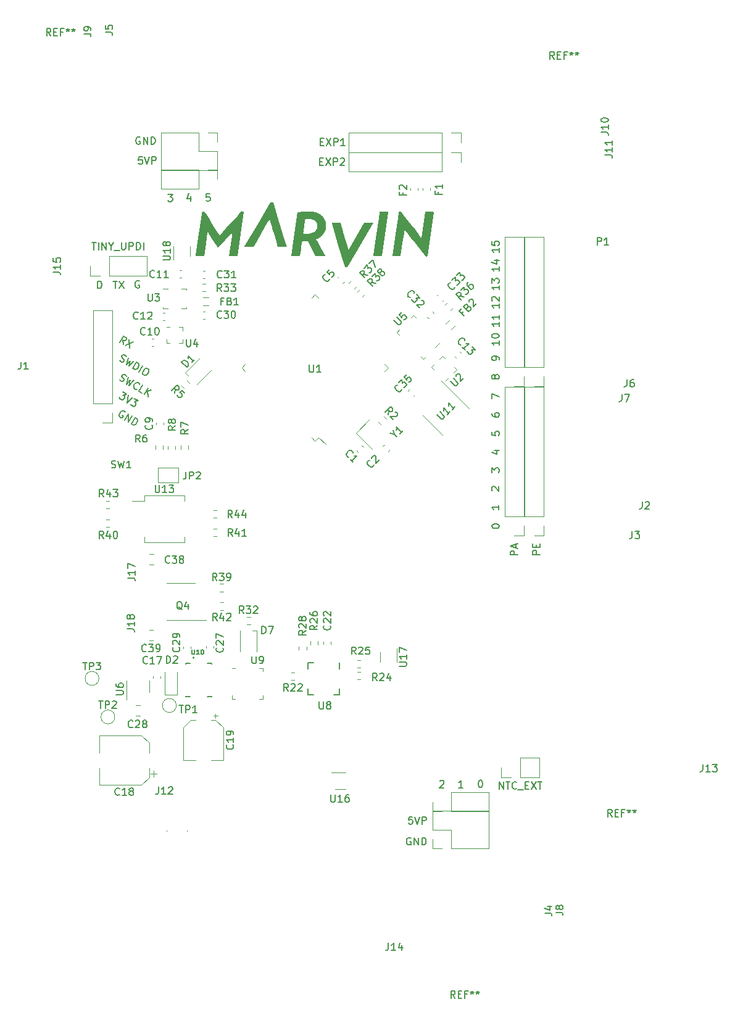
<source format=gbr>
%TF.GenerationSoftware,KiCad,Pcbnew,(6.0.9)*%
%TF.CreationDate,2022-10-31T13:49:50+01:00*%
%TF.ProjectId,marvin_fc_board,6d617276-696e-45f6-9663-5f626f617264,rev?*%
%TF.SameCoordinates,Original*%
%TF.FileFunction,Legend,Top*%
%TF.FilePolarity,Positive*%
%FSLAX46Y46*%
G04 Gerber Fmt 4.6, Leading zero omitted, Abs format (unit mm)*
G04 Created by KiCad (PCBNEW (6.0.9)) date 2022-10-31 13:49:50*
%MOMM*%
%LPD*%
G01*
G04 APERTURE LIST*
%ADD10C,0.000000*%
%ADD11C,0.150000*%
%ADD12C,0.120000*%
%ADD13C,0.127000*%
%ADD14C,0.200000*%
%ADD15C,0.100000*%
G04 APERTURE END LIST*
D10*
G36*
X115754902Y-65777465D02*
G01*
X115769071Y-65781742D01*
X115782824Y-65786210D01*
X115796091Y-65790830D01*
X115808806Y-65795562D01*
X115820898Y-65800366D01*
X115832299Y-65805203D01*
X115842941Y-65810033D01*
X115852754Y-65814816D01*
X115861670Y-65819512D01*
X115869621Y-65824081D01*
X115876536Y-65828484D01*
X115882349Y-65832681D01*
X115884820Y-65834689D01*
X115886989Y-65836631D01*
X115888849Y-65838502D01*
X115890389Y-65840296D01*
X115891602Y-65842009D01*
X115892479Y-65843636D01*
X115893012Y-65845171D01*
X115893191Y-65846610D01*
X115473386Y-68856863D01*
X115053581Y-71864646D01*
X115051542Y-71868207D01*
X115045367Y-71871485D01*
X115034975Y-71874489D01*
X115020282Y-71877225D01*
X114977660Y-71881922D01*
X114916835Y-71885636D01*
X114837143Y-71888424D01*
X114737916Y-71890343D01*
X114478200Y-71891809D01*
X113900351Y-71891809D01*
X114132478Y-70303957D01*
X114221031Y-69685014D01*
X114292683Y-69171408D01*
X114339795Y-68816618D01*
X114351762Y-68715491D01*
X114354728Y-68674123D01*
X114353563Y-68672395D01*
X114350529Y-68672769D01*
X114338841Y-68679839D01*
X114292915Y-68719384D01*
X114216777Y-68793019D01*
X114110253Y-68901004D01*
X113805354Y-69221067D01*
X113376828Y-69681657D01*
X113117459Y-69961423D01*
X112903467Y-70190401D01*
X112730914Y-70372672D01*
X112658948Y-70447568D01*
X112595866Y-70512316D01*
X112541177Y-70567429D01*
X112494388Y-70613414D01*
X112455007Y-70650783D01*
X112422543Y-70680046D01*
X112396502Y-70701712D01*
X112385738Y-70709855D01*
X112376395Y-70716291D01*
X112368412Y-70721083D01*
X112361728Y-70724295D01*
X112356281Y-70725990D01*
X112352009Y-70726232D01*
X112342964Y-70722083D01*
X112330464Y-70711213D01*
X112294015Y-70667660D01*
X112240493Y-70592274D01*
X112167726Y-70481757D01*
X111955779Y-70142131D01*
X111640809Y-69622390D01*
X111458500Y-69320660D01*
X111311177Y-69078688D01*
X111249560Y-68978457D01*
X111195398Y-68891179D01*
X111148260Y-68816193D01*
X111107718Y-68752837D01*
X111073339Y-68700449D01*
X111044694Y-68658367D01*
X111021352Y-68625928D01*
X111011535Y-68613118D01*
X111002882Y-68602471D01*
X110995340Y-68593904D01*
X110988855Y-68587335D01*
X110983372Y-68582679D01*
X110978839Y-68579856D01*
X110975201Y-68578781D01*
X110973701Y-68578874D01*
X110972404Y-68579373D01*
X110971305Y-68580268D01*
X110970395Y-68581548D01*
X110969120Y-68585224D01*
X110732979Y-70232034D01*
X110509803Y-71862177D01*
X110508196Y-71866172D01*
X110503196Y-71869831D01*
X110494535Y-71873164D01*
X110481945Y-71876183D01*
X110443910Y-71881320D01*
X110386949Y-71885327D01*
X110308920Y-71888294D01*
X110207682Y-71890305D01*
X109927015Y-71891809D01*
X109344225Y-71891809D01*
X109356573Y-71822666D01*
X109781317Y-68805004D01*
X110079811Y-66714928D01*
X110174075Y-66074455D01*
X110201484Y-65898203D01*
X110213470Y-65834262D01*
X110215918Y-65831835D01*
X110219513Y-65829193D01*
X110224186Y-65826357D01*
X110229869Y-65823343D01*
X110243986Y-65816856D01*
X110261315Y-65809877D01*
X110281307Y-65802551D01*
X110303412Y-65795022D01*
X110327079Y-65787435D01*
X110351759Y-65779935D01*
X110400916Y-65767241D01*
X110444980Y-65756167D01*
X110463511Y-65751744D01*
X110478858Y-65748334D01*
X110490385Y-65746140D01*
X110494518Y-65745562D01*
X110497456Y-65745363D01*
X110523713Y-65778595D01*
X110588517Y-65875549D01*
X110816632Y-66233078D01*
X111147537Y-66762851D01*
X111546970Y-67409768D01*
X111945940Y-68056261D01*
X112275456Y-68584915D01*
X112501256Y-68940862D01*
X112564555Y-69036925D01*
X112581930Y-69061477D01*
X112589076Y-69069235D01*
X113014746Y-68604979D01*
X114016415Y-67496199D01*
X115041851Y-66361181D01*
X115522775Y-65831793D01*
X115614145Y-65737954D01*
X115754902Y-65777465D01*
G37*
G36*
X120693791Y-66915880D02*
G01*
X121622302Y-69977990D01*
X121812450Y-70607699D01*
X120587606Y-70607699D01*
X120525870Y-70402734D01*
X120496005Y-70304728D01*
X120461046Y-70187275D01*
X120392520Y-69953296D01*
X120044328Y-68792657D01*
X119925718Y-68398395D01*
X119808496Y-68001818D01*
X119706092Y-67648764D01*
X119631931Y-67385074D01*
X119578143Y-67189448D01*
X119531301Y-67022066D01*
X119496497Y-66900986D01*
X119485202Y-66863452D01*
X119478825Y-66844266D01*
X119474975Y-66839045D01*
X119469782Y-66837455D01*
X119463062Y-66839773D01*
X119454632Y-66846272D01*
X119444306Y-66857228D01*
X119431901Y-66872915D01*
X119400111Y-66919584D01*
X119357788Y-66988477D01*
X119303455Y-67081795D01*
X119152858Y-67350502D01*
X118303370Y-68855011D01*
X117801301Y-69731354D01*
X117446472Y-70340998D01*
X117290898Y-70607699D01*
X115991970Y-70607699D01*
X116033951Y-70523737D01*
X117831705Y-67464096D01*
X119585011Y-64483477D01*
X119955428Y-64483477D01*
X120693791Y-66915880D01*
G37*
G36*
X133391674Y-67883901D02*
G01*
X131611204Y-70948482D01*
X130159172Y-73450028D01*
X129971494Y-73442621D01*
X129783815Y-73435212D01*
X128902223Y-70447185D01*
X128275294Y-68316671D01*
X128005816Y-67390012D01*
X127988529Y-67323338D01*
X128600952Y-67328276D01*
X129210904Y-67335685D01*
X129749242Y-69170481D01*
X130130772Y-70471262D01*
X130250000Y-70870000D01*
X130283830Y-70979919D01*
X130297461Y-71020096D01*
X130301103Y-71027031D01*
X130311776Y-71018166D01*
X130419389Y-70841678D01*
X131435873Y-69074174D01*
X132433531Y-67335685D01*
X133075586Y-67328276D01*
X133720110Y-67323338D01*
X133391674Y-67883901D01*
G37*
G36*
X137439093Y-65752771D02*
G01*
X137560095Y-65898275D01*
X137870010Y-66290801D01*
X138871370Y-67575221D01*
X139417850Y-68280672D01*
X139866864Y-68857171D01*
X140171880Y-69245221D01*
X140255847Y-69349985D01*
X140286364Y-69385324D01*
X140563249Y-67631709D01*
X140834580Y-65846610D01*
X140836157Y-65842614D01*
X140841058Y-65838956D01*
X140849540Y-65835622D01*
X140861860Y-65832604D01*
X140899041Y-65827467D01*
X140954656Y-65823459D01*
X141030760Y-65820493D01*
X141129408Y-65818482D01*
X141402553Y-65816977D01*
X141544651Y-65817334D01*
X141664235Y-65818443D01*
X141762404Y-65820363D01*
X141803802Y-65821645D01*
X141840259Y-65823151D01*
X141871912Y-65824888D01*
X141898898Y-65826864D01*
X141921356Y-65829087D01*
X141939422Y-65831562D01*
X141953234Y-65834298D01*
X141958588Y-65835766D01*
X141962929Y-65837302D01*
X141966276Y-65838906D01*
X141968646Y-65840580D01*
X141970055Y-65842325D01*
X141970521Y-65844141D01*
X141123506Y-71906626D01*
X141120007Y-71908329D01*
X141111735Y-71911449D01*
X141083066Y-71921134D01*
X141041896Y-71934060D01*
X140992623Y-71948606D01*
X140866684Y-71985649D01*
X139436875Y-70148381D01*
X138880902Y-69435214D01*
X138422859Y-68850998D01*
X138110667Y-68456157D01*
X138024241Y-68348634D01*
X137992249Y-68311115D01*
X137966860Y-68452298D01*
X137907671Y-68836799D01*
X137723079Y-70101462D01*
X137468727Y-71891809D01*
X136903224Y-71891809D01*
X136757793Y-71891448D01*
X136637104Y-71890305D01*
X136585522Y-71889413D01*
X136539508Y-71888294D01*
X136498854Y-71886935D01*
X136463355Y-71885327D01*
X136432805Y-71883459D01*
X136406996Y-71881320D01*
X136385725Y-71878898D01*
X136368783Y-71876183D01*
X136361871Y-71874712D01*
X136355964Y-71873164D01*
X136351037Y-71871538D01*
X136347064Y-71869831D01*
X136344018Y-71868043D01*
X136341875Y-71866172D01*
X136340607Y-71864217D01*
X136340191Y-71862177D01*
X136759996Y-68851923D01*
X137056947Y-66738697D01*
X137179802Y-65844141D01*
X137179953Y-65842716D01*
X137180401Y-65841223D01*
X137182160Y-65838044D01*
X137185027Y-65834634D01*
X137188946Y-65831022D01*
X137193864Y-65827236D01*
X137199726Y-65823305D01*
X137206478Y-65819258D01*
X137214065Y-65815125D01*
X137222434Y-65810933D01*
X137231529Y-65806713D01*
X137241298Y-65802493D01*
X137251685Y-65798302D01*
X137262637Y-65794168D01*
X137274098Y-65790122D01*
X137286016Y-65786191D01*
X137298335Y-65782405D01*
X137310361Y-65778789D01*
X137322311Y-65775358D01*
X137345679Y-65769093D01*
X137367832Y-65763696D01*
X137388161Y-65759253D01*
X137406060Y-65755853D01*
X137413908Y-65754571D01*
X137420920Y-65753581D01*
X137427020Y-65752896D01*
X137432133Y-65752525D01*
X137436183Y-65752480D01*
X137439093Y-65752771D01*
G37*
G36*
X135710481Y-65895998D02*
G01*
X134883217Y-71857237D01*
X134882042Y-71862508D01*
X134878211Y-71867230D01*
X134871270Y-71871431D01*
X134860761Y-71875140D01*
X134846231Y-71878386D01*
X134827222Y-71881198D01*
X134773946Y-71885636D01*
X134697287Y-71888684D01*
X134593600Y-71890575D01*
X134290552Y-71891809D01*
X133697885Y-71891809D01*
X133710232Y-71835012D01*
X134132505Y-68829699D01*
X134423594Y-66736227D01*
X134549844Y-65846610D01*
X134552837Y-65842614D01*
X134559205Y-65838956D01*
X134569198Y-65835622D01*
X134583065Y-65832604D01*
X134623421Y-65827467D01*
X134682268Y-65823459D01*
X134761603Y-65820493D01*
X134863424Y-65818482D01*
X135142509Y-65816977D01*
X135725298Y-65816977D01*
X135710481Y-65895998D01*
G37*
G36*
X123306296Y-65887259D02*
G01*
X123320137Y-65882412D01*
X123372174Y-65870031D01*
X123451934Y-65854814D01*
X123553716Y-65837658D01*
X123800545Y-65801118D01*
X123934190Y-65783528D01*
X124067053Y-65767588D01*
X124114387Y-65763310D01*
X124178564Y-65759755D01*
X124346100Y-65754932D01*
X124546974Y-65753350D01*
X124758498Y-65755241D01*
X124883214Y-65758241D01*
X125000353Y-65762692D01*
X125110553Y-65768713D01*
X125214456Y-65776424D01*
X125312701Y-65785943D01*
X125405929Y-65797390D01*
X125494781Y-65810884D01*
X125579895Y-65826546D01*
X125661913Y-65844493D01*
X125741475Y-65864846D01*
X125819221Y-65887724D01*
X125895791Y-65913246D01*
X125971826Y-65941532D01*
X126047966Y-65972701D01*
X126124851Y-66006872D01*
X126203121Y-66044165D01*
X126272036Y-66079510D01*
X126338072Y-66116131D01*
X126401301Y-66154091D01*
X126461795Y-66193451D01*
X126519627Y-66234272D01*
X126574869Y-66276616D01*
X126627593Y-66320545D01*
X126677871Y-66366119D01*
X126725777Y-66413401D01*
X126771382Y-66462452D01*
X126814759Y-66513333D01*
X126855980Y-66566105D01*
X126895117Y-66620832D01*
X126932243Y-66677573D01*
X126967431Y-66736390D01*
X127000751Y-66797346D01*
X127026629Y-66849088D01*
X127050575Y-66900710D01*
X127072625Y-66952384D01*
X127092816Y-67004278D01*
X127111184Y-67056562D01*
X127127765Y-67109408D01*
X127142595Y-67162984D01*
X127155710Y-67217460D01*
X127167147Y-67273008D01*
X127176942Y-67329796D01*
X127185130Y-67387995D01*
X127191748Y-67447775D01*
X127196833Y-67509305D01*
X127200420Y-67572757D01*
X127202546Y-67638299D01*
X127203247Y-67706102D01*
X127202162Y-67788679D01*
X127198853Y-67868048D01*
X127193236Y-67944472D01*
X127185227Y-68018216D01*
X127174745Y-68089544D01*
X127161705Y-68158719D01*
X127146024Y-68226006D01*
X127127620Y-68291668D01*
X127106408Y-68355971D01*
X127082306Y-68419178D01*
X127055231Y-68481552D01*
X127025099Y-68543359D01*
X126991828Y-68604862D01*
X126955333Y-68666325D01*
X126915533Y-68728012D01*
X126872342Y-68790187D01*
X126829815Y-68846399D01*
X126781465Y-68904419D01*
X126728064Y-68963625D01*
X126670387Y-69023396D01*
X126609209Y-69083109D01*
X126545304Y-69142141D01*
X126479445Y-69199872D01*
X126412407Y-69255678D01*
X126344964Y-69308937D01*
X126277890Y-69359028D01*
X126211958Y-69405328D01*
X126147945Y-69447214D01*
X126086622Y-69484065D01*
X126028765Y-69515259D01*
X125975147Y-69540173D01*
X125926544Y-69558185D01*
X125923556Y-69558915D01*
X125920615Y-69559714D01*
X125917724Y-69560578D01*
X125914886Y-69561503D01*
X125912104Y-69562486D01*
X125909381Y-69563524D01*
X125906720Y-69564612D01*
X125904125Y-69565748D01*
X125901599Y-69566926D01*
X125899145Y-69568145D01*
X125896765Y-69569399D01*
X125894464Y-69570687D01*
X125892245Y-69572003D01*
X125890110Y-69573344D01*
X125888062Y-69574707D01*
X125886106Y-69576088D01*
X125884243Y-69577484D01*
X125882478Y-69578891D01*
X125880813Y-69580305D01*
X125879252Y-69581722D01*
X125877797Y-69583139D01*
X125876453Y-69584553D01*
X125875221Y-69585960D01*
X125874106Y-69587356D01*
X125873110Y-69588737D01*
X125872236Y-69590100D01*
X125871488Y-69591441D01*
X125870869Y-69592757D01*
X125870382Y-69594045D01*
X125870031Y-69595299D01*
X125869817Y-69596518D01*
X125869745Y-69597696D01*
X126041526Y-69921888D01*
X126429075Y-70631776D01*
X126840702Y-71377779D01*
X127084714Y-71810319D01*
X127134101Y-71891809D01*
X126432779Y-71891809D01*
X125733926Y-71889340D01*
X125215343Y-70874399D01*
X124696761Y-69859456D01*
X124309058Y-69852049D01*
X123923825Y-69847110D01*
X123909008Y-69926132D01*
X123770720Y-70891685D01*
X123678732Y-71535592D01*
X123634900Y-71835012D01*
X123622553Y-71891809D01*
X123042233Y-71891809D01*
X122817167Y-71890960D01*
X122632614Y-71888722D01*
X122561535Y-71887227D01*
X122507791Y-71885558D01*
X122473783Y-71883774D01*
X122464931Y-71882856D01*
X122461913Y-71881931D01*
X122894066Y-68780310D01*
X122902772Y-68718574D01*
X124091746Y-68718574D01*
X124092103Y-68743982D01*
X124092820Y-68754407D01*
X124094138Y-68763487D01*
X124095079Y-68767563D01*
X124096238Y-68771351D01*
X124097637Y-68774868D01*
X124099299Y-68778130D01*
X124101248Y-68781153D01*
X124103504Y-68783954D01*
X124106092Y-68786548D01*
X124109033Y-68788953D01*
X124112350Y-68791184D01*
X124116066Y-68793258D01*
X124120204Y-68795190D01*
X124124785Y-68796998D01*
X124135371Y-68800304D01*
X124148004Y-68803306D01*
X124162865Y-68806135D01*
X124180135Y-68808921D01*
X124222626Y-68814882D01*
X124288916Y-68821803D01*
X124356131Y-68826839D01*
X124424041Y-68830016D01*
X124492414Y-68831358D01*
X124561018Y-68830892D01*
X124629622Y-68828643D01*
X124697995Y-68824635D01*
X124765905Y-68818895D01*
X124833120Y-68811448D01*
X124899409Y-68802318D01*
X124964541Y-68791532D01*
X125028284Y-68779114D01*
X125090405Y-68765090D01*
X125150675Y-68749485D01*
X125208862Y-68732325D01*
X125264733Y-68713635D01*
X125325452Y-68690216D01*
X125383541Y-68665312D01*
X125439033Y-68638880D01*
X125491961Y-68610883D01*
X125542356Y-68581279D01*
X125590251Y-68550029D01*
X125635680Y-68517094D01*
X125678674Y-68482433D01*
X125719266Y-68446007D01*
X125757488Y-68407776D01*
X125793374Y-68367700D01*
X125826956Y-68325739D01*
X125858266Y-68281854D01*
X125887337Y-68236005D01*
X125914201Y-68188151D01*
X125938891Y-68138254D01*
X125957962Y-68095830D01*
X125965924Y-68076246D01*
X125972923Y-68057226D01*
X125979026Y-68038379D01*
X125984297Y-68019316D01*
X125988800Y-67999645D01*
X125992602Y-67978975D01*
X125995767Y-67956916D01*
X125998361Y-67933078D01*
X126000448Y-67907069D01*
X126002094Y-67878499D01*
X126004323Y-67812114D01*
X126005567Y-67730796D01*
X126005152Y-67650935D01*
X126004558Y-67616578D01*
X126003638Y-67585485D01*
X126002341Y-67557314D01*
X126000618Y-67531726D01*
X125998418Y-67508381D01*
X125995689Y-67486938D01*
X125992382Y-67467059D01*
X125988445Y-67448402D01*
X125983828Y-67430627D01*
X125978480Y-67413395D01*
X125972351Y-67396366D01*
X125965390Y-67379199D01*
X125957546Y-67361555D01*
X125948769Y-67343093D01*
X125924940Y-67298830D01*
X125897972Y-67255920D01*
X125867965Y-67214442D01*
X125835020Y-67174477D01*
X125799240Y-67136103D01*
X125760725Y-67099400D01*
X125719576Y-67064448D01*
X125675896Y-67031326D01*
X125629784Y-67000115D01*
X125581343Y-66970892D01*
X125530673Y-66943739D01*
X125477877Y-66918735D01*
X125423055Y-66895959D01*
X125366308Y-66875491D01*
X125307738Y-66857410D01*
X125247447Y-66841796D01*
X125202655Y-66833171D01*
X125149793Y-66825807D01*
X125090282Y-66819696D01*
X125025544Y-66814825D01*
X124886074Y-66808762D01*
X124742754Y-66807532D01*
X124606959Y-66811048D01*
X124545436Y-66814559D01*
X124490060Y-66819224D01*
X124442251Y-66825031D01*
X124403431Y-66831971D01*
X124375022Y-66840032D01*
X124365166Y-66844480D01*
X124358446Y-66849204D01*
X124341314Y-66930339D01*
X124308440Y-67132959D01*
X124217688Y-67746847D01*
X124130640Y-68379257D01*
X124102395Y-68605028D01*
X124091746Y-68718574D01*
X122902772Y-68718574D01*
X123301524Y-65891060D01*
X123306296Y-65887259D01*
G37*
D11*
X139049523Y-148832380D02*
X138573333Y-148832380D01*
X138525714Y-149308571D01*
X138573333Y-149260952D01*
X138668571Y-149213333D01*
X138906666Y-149213333D01*
X139001904Y-149260952D01*
X139049523Y-149308571D01*
X139097142Y-149403809D01*
X139097142Y-149641904D01*
X139049523Y-149737142D01*
X139001904Y-149784761D01*
X138906666Y-149832380D01*
X138668571Y-149832380D01*
X138573333Y-149784761D01*
X138525714Y-149737142D01*
X139382857Y-148832380D02*
X139716190Y-149832380D01*
X140049523Y-148832380D01*
X140382857Y-149832380D02*
X140382857Y-148832380D01*
X140763809Y-148832380D01*
X140859047Y-148880000D01*
X140906666Y-148927619D01*
X140954285Y-149022857D01*
X140954285Y-149165714D01*
X140906666Y-149260952D01*
X140859047Y-149308571D01*
X140763809Y-149356190D01*
X140382857Y-149356190D01*
X99660171Y-93326034D02*
X99601502Y-93237176D01*
X99477784Y-93165747D01*
X99330256Y-93135558D01*
X99200159Y-93170418D01*
X99111300Y-93229087D01*
X98974823Y-93370235D01*
X98903394Y-93493952D01*
X98849395Y-93682719D01*
X98843016Y-93789007D01*
X98877875Y-93919105D01*
X98977784Y-94031773D01*
X99060262Y-94079392D01*
X99207790Y-94109581D01*
X99272838Y-94092151D01*
X99439505Y-93803476D01*
X99274548Y-93708238D01*
X99596373Y-94388916D02*
X100096373Y-93522890D01*
X100091245Y-94674630D01*
X100591245Y-93808605D01*
X100503638Y-94912725D02*
X101003638Y-94046700D01*
X101209834Y-94165747D01*
X101309743Y-94278415D01*
X101344602Y-94408513D01*
X101338223Y-94514801D01*
X101284224Y-94703568D01*
X101212795Y-94827286D01*
X101076318Y-94968434D01*
X100987460Y-95027103D01*
X100857362Y-95061962D01*
X100709834Y-95031773D01*
X100503638Y-94912725D01*
X150942380Y-75920476D02*
X150942380Y-76491904D01*
X150942380Y-76206190D02*
X149942380Y-76206190D01*
X150085238Y-76301428D01*
X150180476Y-76396666D01*
X150228095Y-76491904D01*
X149942380Y-75587142D02*
X149942380Y-74968095D01*
X150323333Y-75301428D01*
X150323333Y-75158571D01*
X150370952Y-75063333D01*
X150418571Y-75015714D01*
X150513809Y-74968095D01*
X150751904Y-74968095D01*
X150847142Y-75015714D01*
X150894761Y-75063333D01*
X150942380Y-75158571D01*
X150942380Y-75444285D01*
X150894761Y-75539523D01*
X150847142Y-75587142D01*
X97988095Y-75332380D02*
X98559523Y-75332380D01*
X98273809Y-76332380D02*
X98273809Y-75332380D01*
X98797619Y-75332380D02*
X99464285Y-76332380D01*
X99464285Y-75332380D02*
X98797619Y-76332380D01*
X150932380Y-78410476D02*
X150932380Y-78981904D01*
X150932380Y-78696190D02*
X149932380Y-78696190D01*
X150075238Y-78791428D01*
X150170476Y-78886666D01*
X150218095Y-78981904D01*
X150027619Y-78029523D02*
X149980000Y-77981904D01*
X149932380Y-77886666D01*
X149932380Y-77648571D01*
X149980000Y-77553333D01*
X150027619Y-77505714D01*
X150122857Y-77458095D01*
X150218095Y-77458095D01*
X150360952Y-77505714D01*
X150932380Y-78077142D01*
X150932380Y-77458095D01*
X150952380Y-86080476D02*
X150952380Y-85890000D01*
X150904761Y-85794761D01*
X150857142Y-85747142D01*
X150714285Y-85651904D01*
X150523809Y-85604285D01*
X150142857Y-85604285D01*
X150047619Y-85651904D01*
X150000000Y-85699523D01*
X149952380Y-85794761D01*
X149952380Y-85985238D01*
X150000000Y-86080476D01*
X150047619Y-86128095D01*
X150142857Y-86175714D01*
X150380952Y-86175714D01*
X150476190Y-86128095D01*
X150523809Y-86080476D01*
X150571428Y-85985238D01*
X150571428Y-85794761D01*
X150523809Y-85699523D01*
X150476190Y-85651904D01*
X150380952Y-85604285D01*
X149952380Y-101583333D02*
X149952380Y-100964285D01*
X150333333Y-101297619D01*
X150333333Y-101154761D01*
X150380952Y-101059523D01*
X150428571Y-101011904D01*
X150523809Y-100964285D01*
X150761904Y-100964285D01*
X150857142Y-101011904D01*
X150904761Y-101059523D01*
X150952380Y-101154761D01*
X150952380Y-101440476D01*
X150904761Y-101535714D01*
X150857142Y-101583333D01*
X98862469Y-86191010D02*
X98962378Y-86303678D01*
X99168574Y-86422725D01*
X99274863Y-86429105D01*
X99339911Y-86411675D01*
X99428770Y-86353006D01*
X99476389Y-86270528D01*
X99482768Y-86164239D01*
X99465339Y-86099191D01*
X99406670Y-86010332D01*
X99265522Y-85873855D01*
X99206853Y-85784996D01*
X99189423Y-85719948D01*
X99195803Y-85613660D01*
X99243422Y-85531181D01*
X99332280Y-85472512D01*
X99397329Y-85455082D01*
X99503617Y-85461462D01*
X99709814Y-85580509D01*
X99809722Y-85693177D01*
X100122207Y-85818605D02*
X99828403Y-86803678D01*
X100350503Y-86280326D01*
X100158318Y-86994154D01*
X100864514Y-86247176D01*
X100694429Y-87303678D02*
X101194429Y-86437652D01*
X101400625Y-86556700D01*
X101500534Y-86669368D01*
X101535393Y-86799465D01*
X101529013Y-86905754D01*
X101475015Y-87094520D01*
X101403586Y-87218238D01*
X101267109Y-87359386D01*
X101178250Y-87418055D01*
X101048153Y-87452915D01*
X100900625Y-87422725D01*
X100694429Y-87303678D01*
X101560454Y-87803678D02*
X102060454Y-86937652D01*
X102637804Y-87270986D02*
X102802762Y-87366224D01*
X102861431Y-87455082D01*
X102896290Y-87585180D01*
X102842291Y-87773946D01*
X102675625Y-88062622D01*
X102539147Y-88203769D01*
X102409050Y-88238629D01*
X102302762Y-88232249D01*
X102137804Y-88137011D01*
X102079135Y-88048153D01*
X102044276Y-87918055D01*
X102098274Y-87729288D01*
X102264941Y-87440613D01*
X102401419Y-87299465D01*
X102531516Y-87264606D01*
X102637804Y-87270986D01*
X99409471Y-84008440D02*
X99358892Y-83429380D01*
X98914600Y-83722725D02*
X99414600Y-82856700D01*
X99744514Y-83047176D01*
X99803183Y-83136034D01*
X99820613Y-83201083D01*
X99814233Y-83307371D01*
X99742805Y-83431089D01*
X99653946Y-83489758D01*
X99588898Y-83507188D01*
X99482609Y-83500808D01*
X99152695Y-83310332D01*
X100198147Y-83309081D02*
X100275497Y-84508440D01*
X100775497Y-83642414D02*
X99698147Y-84175106D01*
X105526666Y-63402380D02*
X106145714Y-63402380D01*
X105812380Y-63783333D01*
X105955238Y-63783333D01*
X106050476Y-63830952D01*
X106098095Y-63878571D01*
X106145714Y-63973809D01*
X106145714Y-64211904D01*
X106098095Y-64307142D01*
X106050476Y-64354761D01*
X105955238Y-64402380D01*
X105669523Y-64402380D01*
X105574285Y-64354761D01*
X105526666Y-64307142D01*
X148342380Y-143812380D02*
X148437619Y-143812380D01*
X148532857Y-143860000D01*
X148580476Y-143907619D01*
X148628095Y-144002857D01*
X148675714Y-144193333D01*
X148675714Y-144431428D01*
X148628095Y-144621904D01*
X148580476Y-144717142D01*
X148532857Y-144764761D01*
X148437619Y-144812380D01*
X148342380Y-144812380D01*
X148247142Y-144764761D01*
X148199523Y-144717142D01*
X148151904Y-144621904D01*
X148104285Y-144431428D01*
X148104285Y-144193333D01*
X148151904Y-144002857D01*
X148199523Y-143907619D01*
X148247142Y-143860000D01*
X148342380Y-143812380D01*
X149962380Y-93469523D02*
X149962380Y-93660000D01*
X150010000Y-93755238D01*
X150057619Y-93802857D01*
X150200476Y-93898095D01*
X150390952Y-93945714D01*
X150771904Y-93945714D01*
X150867142Y-93898095D01*
X150914761Y-93850476D01*
X150962380Y-93755238D01*
X150962380Y-93564761D01*
X150914761Y-93469523D01*
X150867142Y-93421904D01*
X150771904Y-93374285D01*
X150533809Y-93374285D01*
X150438571Y-93421904D01*
X150390952Y-93469523D01*
X150343333Y-93564761D01*
X150343333Y-93755238D01*
X150390952Y-93850476D01*
X150438571Y-93898095D01*
X150533809Y-93945714D01*
X150017619Y-104075714D02*
X149970000Y-104028095D01*
X149922380Y-103932857D01*
X149922380Y-103694761D01*
X149970000Y-103599523D01*
X150017619Y-103551904D01*
X150112857Y-103504285D01*
X150208095Y-103504285D01*
X150350952Y-103551904D01*
X150922380Y-104123333D01*
X150922380Y-103504285D01*
X126423333Y-56208571D02*
X126756666Y-56208571D01*
X126899523Y-56732380D02*
X126423333Y-56732380D01*
X126423333Y-55732380D01*
X126899523Y-55732380D01*
X127232857Y-55732380D02*
X127899523Y-56732380D01*
X127899523Y-55732380D02*
X127232857Y-56732380D01*
X128280476Y-56732380D02*
X128280476Y-55732380D01*
X128661428Y-55732380D01*
X128756666Y-55780000D01*
X128804285Y-55827619D01*
X128851904Y-55922857D01*
X128851904Y-56065714D01*
X128804285Y-56160952D01*
X128756666Y-56208571D01*
X128661428Y-56256190D01*
X128280476Y-56256190D01*
X129804285Y-56732380D02*
X129232857Y-56732380D01*
X129518571Y-56732380D02*
X129518571Y-55732380D01*
X129423333Y-55875238D01*
X129328095Y-55970476D01*
X129232857Y-56018095D01*
X126373333Y-58908571D02*
X126706666Y-58908571D01*
X126849523Y-59432380D02*
X126373333Y-59432380D01*
X126373333Y-58432380D01*
X126849523Y-58432380D01*
X127182857Y-58432380D02*
X127849523Y-59432380D01*
X127849523Y-58432380D02*
X127182857Y-59432380D01*
X128230476Y-59432380D02*
X128230476Y-58432380D01*
X128611428Y-58432380D01*
X128706666Y-58480000D01*
X128754285Y-58527619D01*
X128801904Y-58622857D01*
X128801904Y-58765714D01*
X128754285Y-58860952D01*
X128706666Y-58908571D01*
X128611428Y-58956190D01*
X128230476Y-58956190D01*
X129182857Y-58527619D02*
X129230476Y-58480000D01*
X129325714Y-58432380D01*
X129563809Y-58432380D01*
X129659047Y-58480000D01*
X129706666Y-58527619D01*
X129754285Y-58622857D01*
X129754285Y-58718095D01*
X129706666Y-58860952D01*
X129135238Y-59432380D01*
X129754285Y-59432380D01*
X150932380Y-83500476D02*
X150932380Y-84071904D01*
X150932380Y-83786190D02*
X149932380Y-83786190D01*
X150075238Y-83881428D01*
X150170476Y-83976666D01*
X150218095Y-84071904D01*
X149932380Y-82881428D02*
X149932380Y-82786190D01*
X149980000Y-82690952D01*
X150027619Y-82643333D01*
X150122857Y-82595714D01*
X150313333Y-82548095D01*
X150551428Y-82548095D01*
X150741904Y-82595714D01*
X150837142Y-82643333D01*
X150884761Y-82690952D01*
X150932380Y-82786190D01*
X150932380Y-82881428D01*
X150884761Y-82976666D01*
X150837142Y-83024285D01*
X150741904Y-83071904D01*
X150551428Y-83119523D01*
X150313333Y-83119523D01*
X150122857Y-83071904D01*
X150027619Y-83024285D01*
X149980000Y-82976666D01*
X149932380Y-82881428D01*
X142814285Y-143937619D02*
X142861904Y-143890000D01*
X142957142Y-143842380D01*
X143195238Y-143842380D01*
X143290476Y-143890000D01*
X143338095Y-143937619D01*
X143385714Y-144032857D01*
X143385714Y-144128095D01*
X143338095Y-144270952D01*
X142766666Y-144842380D01*
X143385714Y-144842380D01*
X150305714Y-98579523D02*
X150972380Y-98579523D01*
X149924761Y-98817619D02*
X150639047Y-99055714D01*
X150639047Y-98436666D01*
X150922380Y-106094285D02*
X150922380Y-106665714D01*
X150922380Y-106380000D02*
X149922380Y-106380000D01*
X150065238Y-106475238D01*
X150160476Y-106570476D01*
X150208095Y-106665714D01*
X99311587Y-90516700D02*
X99847698Y-90826224D01*
X99368547Y-90989471D01*
X99492265Y-91060900D01*
X99550934Y-91149758D01*
X99568364Y-91214807D01*
X99561984Y-91321095D01*
X99442936Y-91527292D01*
X99354078Y-91585961D01*
X99289029Y-91603391D01*
X99182741Y-91597011D01*
X98935305Y-91454154D01*
X98876636Y-91365295D01*
X98859206Y-91300247D01*
X100095134Y-90969081D02*
X99883809Y-92001773D01*
X100672484Y-91302414D01*
X100878681Y-91421462D02*
X101414792Y-91730986D01*
X100935640Y-91894233D01*
X101059358Y-91965662D01*
X101118027Y-92054520D01*
X101135457Y-92119569D01*
X101129077Y-92225857D01*
X101010030Y-92432054D01*
X100921171Y-92490723D01*
X100856123Y-92508153D01*
X100749834Y-92501773D01*
X100502399Y-92358916D01*
X100443730Y-92270057D01*
X100426300Y-92205009D01*
X101571904Y-75310000D02*
X101476666Y-75262380D01*
X101333809Y-75262380D01*
X101190952Y-75310000D01*
X101095714Y-75405238D01*
X101048095Y-75500476D01*
X101000476Y-75690952D01*
X101000476Y-75833809D01*
X101048095Y-76024285D01*
X101095714Y-76119523D01*
X101190952Y-76214761D01*
X101333809Y-76262380D01*
X101429047Y-76262380D01*
X101571904Y-76214761D01*
X101619523Y-76167142D01*
X101619523Y-75833809D01*
X101429047Y-75833809D01*
X164431904Y-70362380D02*
X164431904Y-69362380D01*
X164812857Y-69362380D01*
X164908095Y-69410000D01*
X164955714Y-69457619D01*
X165003333Y-69552857D01*
X165003333Y-69695714D01*
X164955714Y-69790952D01*
X164908095Y-69838571D01*
X164812857Y-69886190D01*
X164431904Y-69886190D01*
X165955714Y-70362380D02*
X165384285Y-70362380D01*
X165670000Y-70362380D02*
X165670000Y-69362380D01*
X165574761Y-69505238D01*
X165479523Y-69600476D01*
X165384285Y-69648095D01*
X98868752Y-88859581D02*
X98968660Y-88972249D01*
X99174856Y-89091297D01*
X99281145Y-89097676D01*
X99346193Y-89080247D01*
X99435052Y-89021578D01*
X99482671Y-88939099D01*
X99489051Y-88832811D01*
X99471621Y-88767762D01*
X99412952Y-88678904D01*
X99271804Y-88542426D01*
X99213135Y-88453568D01*
X99195705Y-88388519D01*
X99202085Y-88282231D01*
X99249704Y-88199752D01*
X99338562Y-88141083D01*
X99403611Y-88123653D01*
X99509899Y-88130033D01*
X99716096Y-88249081D01*
X99816004Y-88361749D01*
X100128489Y-88487176D02*
X99834685Y-89472249D01*
X100356785Y-88948898D01*
X100164600Y-89662725D01*
X100870796Y-88915747D01*
X101243201Y-90175485D02*
X101178153Y-90192915D01*
X101030625Y-90162725D01*
X100948147Y-90115106D01*
X100848238Y-90002438D01*
X100813379Y-89872341D01*
X100819758Y-89766053D01*
X100873757Y-89577286D01*
X100945186Y-89453568D01*
X101081663Y-89312420D01*
X101170521Y-89253751D01*
X101300619Y-89218892D01*
X101448147Y-89249081D01*
X101530625Y-89296700D01*
X101630534Y-89409368D01*
X101647963Y-89474417D01*
X101979129Y-90710344D02*
X101566736Y-90472249D01*
X102066736Y-89606224D01*
X102267804Y-90877011D02*
X102767804Y-90010986D01*
X102762676Y-91162725D02*
X102677237Y-90453568D01*
X103262676Y-90296700D02*
X102482090Y-90505857D01*
X156562380Y-112834285D02*
X155562380Y-112834285D01*
X155562380Y-112453333D01*
X155610000Y-112358095D01*
X155657619Y-112310476D01*
X155752857Y-112262857D01*
X155895714Y-112262857D01*
X155990952Y-112310476D01*
X156038571Y-112358095D01*
X156086190Y-112453333D01*
X156086190Y-112834285D01*
X156038571Y-111834285D02*
X156038571Y-111500952D01*
X156562380Y-111358095D02*
X156562380Y-111834285D01*
X155562380Y-111834285D01*
X155562380Y-111358095D01*
X149972380Y-108997619D02*
X149972380Y-108902380D01*
X150020000Y-108807142D01*
X150067619Y-108759523D01*
X150162857Y-108711904D01*
X150353333Y-108664285D01*
X150591428Y-108664285D01*
X150781904Y-108711904D01*
X150877142Y-108759523D01*
X150924761Y-108807142D01*
X150972380Y-108902380D01*
X150972380Y-108997619D01*
X150924761Y-109092857D01*
X150877142Y-109140476D01*
X150781904Y-109188095D01*
X150591428Y-109235714D01*
X150353333Y-109235714D01*
X150162857Y-109188095D01*
X150067619Y-109140476D01*
X150020000Y-109092857D01*
X149972380Y-108997619D01*
X95868095Y-76322380D02*
X95868095Y-75322380D01*
X96106190Y-75322380D01*
X96249047Y-75370000D01*
X96344285Y-75465238D01*
X96391904Y-75560476D01*
X96439523Y-75750952D01*
X96439523Y-75893809D01*
X96391904Y-76084285D01*
X96344285Y-76179523D01*
X96249047Y-76274761D01*
X96106190Y-76322380D01*
X95868095Y-76322380D01*
X153522380Y-112890476D02*
X152522380Y-112890476D01*
X152522380Y-112509523D01*
X152570000Y-112414285D01*
X152617619Y-112366666D01*
X152712857Y-112319047D01*
X152855714Y-112319047D01*
X152950952Y-112366666D01*
X152998571Y-112414285D01*
X153046190Y-112509523D01*
X153046190Y-112890476D01*
X153236666Y-111938095D02*
X153236666Y-111461904D01*
X153522380Y-112033333D02*
X152522380Y-111700000D01*
X153522380Y-111366666D01*
X108620476Y-63675714D02*
X108620476Y-64342380D01*
X108382380Y-63294761D02*
X108144285Y-64009047D01*
X108763333Y-64009047D01*
X150932380Y-80940476D02*
X150932380Y-81511904D01*
X150932380Y-81226190D02*
X149932380Y-81226190D01*
X150075238Y-81321428D01*
X150170476Y-81416666D01*
X150218095Y-81511904D01*
X150932380Y-79988095D02*
X150932380Y-80559523D01*
X150932380Y-80273809D02*
X149932380Y-80273809D01*
X150075238Y-80369047D01*
X150170476Y-80464285D01*
X150218095Y-80559523D01*
X138828095Y-151750000D02*
X138732857Y-151702380D01*
X138590000Y-151702380D01*
X138447142Y-151750000D01*
X138351904Y-151845238D01*
X138304285Y-151940476D01*
X138256666Y-152130952D01*
X138256666Y-152273809D01*
X138304285Y-152464285D01*
X138351904Y-152559523D01*
X138447142Y-152654761D01*
X138590000Y-152702380D01*
X138685238Y-152702380D01*
X138828095Y-152654761D01*
X138875714Y-152607142D01*
X138875714Y-152273809D01*
X138685238Y-152273809D01*
X139304285Y-152702380D02*
X139304285Y-151702380D01*
X139875714Y-152702380D01*
X139875714Y-151702380D01*
X140351904Y-152702380D02*
X140351904Y-151702380D01*
X140590000Y-151702380D01*
X140732857Y-151750000D01*
X140828095Y-151845238D01*
X140875714Y-151940476D01*
X140923333Y-152130952D01*
X140923333Y-152273809D01*
X140875714Y-152464285D01*
X140828095Y-152559523D01*
X140732857Y-152654761D01*
X140590000Y-152702380D01*
X140351904Y-152702380D01*
X101688095Y-55590000D02*
X101592857Y-55542380D01*
X101450000Y-55542380D01*
X101307142Y-55590000D01*
X101211904Y-55685238D01*
X101164285Y-55780476D01*
X101116666Y-55970952D01*
X101116666Y-56113809D01*
X101164285Y-56304285D01*
X101211904Y-56399523D01*
X101307142Y-56494761D01*
X101450000Y-56542380D01*
X101545238Y-56542380D01*
X101688095Y-56494761D01*
X101735714Y-56447142D01*
X101735714Y-56113809D01*
X101545238Y-56113809D01*
X102164285Y-56542380D02*
X102164285Y-55542380D01*
X102735714Y-56542380D01*
X102735714Y-55542380D01*
X103211904Y-56542380D02*
X103211904Y-55542380D01*
X103450000Y-55542380D01*
X103592857Y-55590000D01*
X103688095Y-55685238D01*
X103735714Y-55780476D01*
X103783333Y-55970952D01*
X103783333Y-56113809D01*
X103735714Y-56304285D01*
X103688095Y-56399523D01*
X103592857Y-56494761D01*
X103450000Y-56542380D01*
X103211904Y-56542380D01*
X149962380Y-96001904D02*
X149962380Y-96478095D01*
X150438571Y-96525714D01*
X150390952Y-96478095D01*
X150343333Y-96382857D01*
X150343333Y-96144761D01*
X150390952Y-96049523D01*
X150438571Y-96001904D01*
X150533809Y-95954285D01*
X150771904Y-95954285D01*
X150867142Y-96001904D01*
X150914761Y-96049523D01*
X150962380Y-96144761D01*
X150962380Y-96382857D01*
X150914761Y-96478095D01*
X150867142Y-96525714D01*
X101999523Y-58262380D02*
X101523333Y-58262380D01*
X101475714Y-58738571D01*
X101523333Y-58690952D01*
X101618571Y-58643333D01*
X101856666Y-58643333D01*
X101951904Y-58690952D01*
X101999523Y-58738571D01*
X102047142Y-58833809D01*
X102047142Y-59071904D01*
X101999523Y-59167142D01*
X101951904Y-59214761D01*
X101856666Y-59262380D01*
X101618571Y-59262380D01*
X101523333Y-59214761D01*
X101475714Y-59167142D01*
X102332857Y-58262380D02*
X102666190Y-59262380D01*
X102999523Y-58262380D01*
X103332857Y-59262380D02*
X103332857Y-58262380D01*
X103713809Y-58262380D01*
X103809047Y-58310000D01*
X103856666Y-58357619D01*
X103904285Y-58452857D01*
X103904285Y-58595714D01*
X103856666Y-58690952D01*
X103809047Y-58738571D01*
X103713809Y-58786190D01*
X103332857Y-58786190D01*
X150932380Y-73340476D02*
X150932380Y-73911904D01*
X150932380Y-73626190D02*
X149932380Y-73626190D01*
X150075238Y-73721428D01*
X150170476Y-73816666D01*
X150218095Y-73911904D01*
X150265714Y-72483333D02*
X150932380Y-72483333D01*
X149884761Y-72721428D02*
X150599047Y-72959523D01*
X150599047Y-72340476D01*
X111268095Y-63342380D02*
X110791904Y-63342380D01*
X110744285Y-63818571D01*
X110791904Y-63770952D01*
X110887142Y-63723333D01*
X111125238Y-63723333D01*
X111220476Y-63770952D01*
X111268095Y-63818571D01*
X111315714Y-63913809D01*
X111315714Y-64151904D01*
X111268095Y-64247142D01*
X111220476Y-64294761D01*
X111125238Y-64342380D01*
X110887142Y-64342380D01*
X110791904Y-64294761D01*
X110744285Y-64247142D01*
X150972857Y-145042380D02*
X150972857Y-144042380D01*
X151544285Y-145042380D01*
X151544285Y-144042380D01*
X151877619Y-144042380D02*
X152449047Y-144042380D01*
X152163333Y-145042380D02*
X152163333Y-144042380D01*
X153353809Y-144947142D02*
X153306190Y-144994761D01*
X153163333Y-145042380D01*
X153068095Y-145042380D01*
X152925238Y-144994761D01*
X152830000Y-144899523D01*
X152782380Y-144804285D01*
X152734761Y-144613809D01*
X152734761Y-144470952D01*
X152782380Y-144280476D01*
X152830000Y-144185238D01*
X152925238Y-144090000D01*
X153068095Y-144042380D01*
X153163333Y-144042380D01*
X153306190Y-144090000D01*
X153353809Y-144137619D01*
X153544285Y-145137619D02*
X154306190Y-145137619D01*
X154544285Y-144518571D02*
X154877619Y-144518571D01*
X155020476Y-145042380D02*
X154544285Y-145042380D01*
X154544285Y-144042380D01*
X155020476Y-144042380D01*
X155353809Y-144042380D02*
X156020476Y-145042380D01*
X156020476Y-144042380D02*
X155353809Y-145042380D01*
X156258571Y-144042380D02*
X156830000Y-144042380D01*
X156544285Y-145042380D02*
X156544285Y-144042380D01*
X150932380Y-70790476D02*
X150932380Y-71361904D01*
X150932380Y-71076190D02*
X149932380Y-71076190D01*
X150075238Y-71171428D01*
X150170476Y-71266666D01*
X150218095Y-71361904D01*
X149932380Y-69885714D02*
X149932380Y-70361904D01*
X150408571Y-70409523D01*
X150360952Y-70361904D01*
X150313333Y-70266666D01*
X150313333Y-70028571D01*
X150360952Y-69933333D01*
X150408571Y-69885714D01*
X150503809Y-69838095D01*
X150741904Y-69838095D01*
X150837142Y-69885714D01*
X150884761Y-69933333D01*
X150932380Y-70028571D01*
X150932380Y-70266666D01*
X150884761Y-70361904D01*
X150837142Y-70409523D01*
X95090952Y-70002380D02*
X95662380Y-70002380D01*
X95376666Y-71002380D02*
X95376666Y-70002380D01*
X95995714Y-71002380D02*
X95995714Y-70002380D01*
X96471904Y-71002380D02*
X96471904Y-70002380D01*
X97043333Y-71002380D01*
X97043333Y-70002380D01*
X97710000Y-70526190D02*
X97710000Y-71002380D01*
X97376666Y-70002380D02*
X97710000Y-70526190D01*
X98043333Y-70002380D01*
X98138571Y-71097619D02*
X98900476Y-71097619D01*
X99138571Y-70002380D02*
X99138571Y-70811904D01*
X99186190Y-70907142D01*
X99233809Y-70954761D01*
X99329047Y-71002380D01*
X99519523Y-71002380D01*
X99614761Y-70954761D01*
X99662380Y-70907142D01*
X99710000Y-70811904D01*
X99710000Y-70002380D01*
X100186190Y-71002380D02*
X100186190Y-70002380D01*
X100567142Y-70002380D01*
X100662380Y-70050000D01*
X100710000Y-70097619D01*
X100757619Y-70192857D01*
X100757619Y-70335714D01*
X100710000Y-70430952D01*
X100662380Y-70478571D01*
X100567142Y-70526190D01*
X100186190Y-70526190D01*
X101186190Y-71002380D02*
X101186190Y-70002380D01*
X101424285Y-70002380D01*
X101567142Y-70050000D01*
X101662380Y-70145238D01*
X101710000Y-70240476D01*
X101757619Y-70430952D01*
X101757619Y-70573809D01*
X101710000Y-70764285D01*
X101662380Y-70859523D01*
X101567142Y-70954761D01*
X101424285Y-71002380D01*
X101186190Y-71002380D01*
X102186190Y-71002380D02*
X102186190Y-70002380D01*
X145975714Y-144862380D02*
X145404285Y-144862380D01*
X145690000Y-144862380D02*
X145690000Y-143862380D01*
X145594761Y-144005238D01*
X145499523Y-144100476D01*
X145404285Y-144148095D01*
X149952380Y-91473333D02*
X149952380Y-90806666D01*
X150952380Y-91235238D01*
X150380952Y-88565238D02*
X150333333Y-88660476D01*
X150285714Y-88708095D01*
X150190476Y-88755714D01*
X150142857Y-88755714D01*
X150047619Y-88708095D01*
X150000000Y-88660476D01*
X149952380Y-88565238D01*
X149952380Y-88374761D01*
X150000000Y-88279523D01*
X150047619Y-88231904D01*
X150142857Y-88184285D01*
X150190476Y-88184285D01*
X150285714Y-88231904D01*
X150333333Y-88279523D01*
X150380952Y-88374761D01*
X150380952Y-88565238D01*
X150428571Y-88660476D01*
X150476190Y-88708095D01*
X150571428Y-88755714D01*
X150761904Y-88755714D01*
X150857142Y-88708095D01*
X150904761Y-88660476D01*
X150952380Y-88565238D01*
X150952380Y-88374761D01*
X150904761Y-88279523D01*
X150857142Y-88231904D01*
X150761904Y-88184285D01*
X150571428Y-88184285D01*
X150476190Y-88231904D01*
X150428571Y-88279523D01*
X150380952Y-88374761D01*
%TO.C,C17*%
X102707142Y-127732142D02*
X102659523Y-127779761D01*
X102516666Y-127827380D01*
X102421428Y-127827380D01*
X102278571Y-127779761D01*
X102183333Y-127684523D01*
X102135714Y-127589285D01*
X102088095Y-127398809D01*
X102088095Y-127255952D01*
X102135714Y-127065476D01*
X102183333Y-126970238D01*
X102278571Y-126875000D01*
X102421428Y-126827380D01*
X102516666Y-126827380D01*
X102659523Y-126875000D01*
X102707142Y-126922619D01*
X103659523Y-127827380D02*
X103088095Y-127827380D01*
X103373809Y-127827380D02*
X103373809Y-126827380D01*
X103278571Y-126970238D01*
X103183333Y-127065476D01*
X103088095Y-127113095D01*
X103992857Y-126827380D02*
X104659523Y-126827380D01*
X104230952Y-127827380D01*
%TO.C,SW1*%
X97776666Y-100914761D02*
X97919523Y-100962380D01*
X98157619Y-100962380D01*
X98252857Y-100914761D01*
X98300476Y-100867142D01*
X98348095Y-100771904D01*
X98348095Y-100676666D01*
X98300476Y-100581428D01*
X98252857Y-100533809D01*
X98157619Y-100486190D01*
X97967142Y-100438571D01*
X97871904Y-100390952D01*
X97824285Y-100343333D01*
X97776666Y-100248095D01*
X97776666Y-100152857D01*
X97824285Y-100057619D01*
X97871904Y-100010000D01*
X97967142Y-99962380D01*
X98205238Y-99962380D01*
X98348095Y-100010000D01*
X98681428Y-99962380D02*
X98919523Y-100962380D01*
X99110000Y-100248095D01*
X99300476Y-100962380D01*
X99538571Y-99962380D01*
X100443333Y-100962380D02*
X99871904Y-100962380D01*
X100157619Y-100962380D02*
X100157619Y-99962380D01*
X100062380Y-100105238D01*
X99967142Y-100200476D01*
X99871904Y-100248095D01*
%TO.C,C13*%
X145694762Y-84056483D02*
X145627418Y-84056483D01*
X145492731Y-83989139D01*
X145425388Y-83921796D01*
X145358044Y-83787109D01*
X145358044Y-83652422D01*
X145391716Y-83551407D01*
X145492731Y-83383048D01*
X145593746Y-83282033D01*
X145762105Y-83181017D01*
X145863120Y-83147346D01*
X145997807Y-83147346D01*
X146132494Y-83214689D01*
X146199838Y-83282033D01*
X146267181Y-83416720D01*
X146267181Y-83484063D01*
X146300853Y-84797262D02*
X145896792Y-84393201D01*
X146098823Y-84595231D02*
X146805930Y-83888124D01*
X146637571Y-83921796D01*
X146502884Y-83921796D01*
X146401869Y-83888124D01*
X147243662Y-84325857D02*
X147681395Y-84763590D01*
X147176319Y-84797262D01*
X147277334Y-84898277D01*
X147311006Y-84999292D01*
X147311006Y-85066636D01*
X147277334Y-85167651D01*
X147108975Y-85336010D01*
X147007960Y-85369681D01*
X146940617Y-85369681D01*
X146839601Y-85336010D01*
X146637571Y-85133979D01*
X146603899Y-85032964D01*
X146603899Y-84965620D01*
%TO.C,REF\u002A\u002A*%
X166446666Y-148812380D02*
X166113333Y-148336190D01*
X165875238Y-148812380D02*
X165875238Y-147812380D01*
X166256190Y-147812380D01*
X166351428Y-147860000D01*
X166399047Y-147907619D01*
X166446666Y-148002857D01*
X166446666Y-148145714D01*
X166399047Y-148240952D01*
X166351428Y-148288571D01*
X166256190Y-148336190D01*
X165875238Y-148336190D01*
X166875238Y-148288571D02*
X167208571Y-148288571D01*
X167351428Y-148812380D02*
X166875238Y-148812380D01*
X166875238Y-147812380D01*
X167351428Y-147812380D01*
X168113333Y-148288571D02*
X167780000Y-148288571D01*
X167780000Y-148812380D02*
X167780000Y-147812380D01*
X168256190Y-147812380D01*
X168780000Y-147812380D02*
X168780000Y-148050476D01*
X168541904Y-147955238D02*
X168780000Y-148050476D01*
X169018095Y-147955238D01*
X168637142Y-148240952D02*
X168780000Y-148050476D01*
X168922857Y-148240952D01*
X169541904Y-147812380D02*
X169541904Y-148050476D01*
X169303809Y-147955238D02*
X169541904Y-148050476D01*
X169780000Y-147955238D01*
X169399047Y-148240952D02*
X169541904Y-148050476D01*
X169684761Y-148240952D01*
%TO.C,C1*%
X130329610Y-99459687D02*
X130262267Y-99459687D01*
X130127580Y-99392343D01*
X130060236Y-99325000D01*
X129992893Y-99190312D01*
X129992893Y-99055625D01*
X130026564Y-98954610D01*
X130127580Y-98786251D01*
X130228595Y-98685236D01*
X130396954Y-98584221D01*
X130497969Y-98550549D01*
X130632656Y-98550549D01*
X130767343Y-98617893D01*
X130834687Y-98685236D01*
X130902030Y-98819923D01*
X130902030Y-98887267D01*
X130935702Y-100200465D02*
X130531641Y-99796404D01*
X130733671Y-99998435D02*
X131440778Y-99291328D01*
X131272419Y-99325000D01*
X131137732Y-99325000D01*
X131036717Y-99291328D01*
%TO.C,R38*%
X133999112Y-75616450D02*
X133426693Y-75515435D01*
X133595051Y-76020511D02*
X132887945Y-75313404D01*
X133157319Y-75044030D01*
X133258334Y-75010358D01*
X133325677Y-75010358D01*
X133426693Y-75044030D01*
X133527708Y-75145045D01*
X133561380Y-75246061D01*
X133561380Y-75313404D01*
X133527708Y-75414419D01*
X133258334Y-75683793D01*
X133527708Y-74673641D02*
X133965441Y-74235908D01*
X133999112Y-74740984D01*
X134100128Y-74639969D01*
X134201143Y-74606297D01*
X134268487Y-74606297D01*
X134369502Y-74639969D01*
X134537861Y-74808328D01*
X134571532Y-74909343D01*
X134571532Y-74976687D01*
X134537861Y-75077702D01*
X134335830Y-75279732D01*
X134234815Y-75313404D01*
X134167471Y-75313404D01*
X134672548Y-74134893D02*
X134571532Y-74168564D01*
X134504189Y-74168564D01*
X134403174Y-74134893D01*
X134369502Y-74101221D01*
X134335830Y-74000206D01*
X134335830Y-73932862D01*
X134369502Y-73831847D01*
X134504189Y-73697160D01*
X134605204Y-73663488D01*
X134672548Y-73663488D01*
X134773563Y-73697160D01*
X134807235Y-73730832D01*
X134840906Y-73831847D01*
X134840906Y-73899190D01*
X134807235Y-74000206D01*
X134672548Y-74134893D01*
X134638876Y-74235908D01*
X134638876Y-74303251D01*
X134672548Y-74404267D01*
X134807235Y-74538954D01*
X134908250Y-74572625D01*
X134975593Y-74572625D01*
X135076609Y-74538954D01*
X135211296Y-74404267D01*
X135244967Y-74303251D01*
X135244967Y-74235908D01*
X135211296Y-74134893D01*
X135076609Y-74000206D01*
X134975593Y-73966534D01*
X134908250Y-73966534D01*
X134807235Y-74000206D01*
%TO.C,C2*%
X133772887Y-100477589D02*
X133772887Y-100544932D01*
X133705543Y-100679619D01*
X133638200Y-100746963D01*
X133503512Y-100814306D01*
X133368825Y-100814306D01*
X133267810Y-100780635D01*
X133099451Y-100679619D01*
X132998436Y-100578604D01*
X132897421Y-100410245D01*
X132863749Y-100309230D01*
X132863749Y-100174543D01*
X132931093Y-100039856D01*
X132998436Y-99972512D01*
X133133123Y-99905169D01*
X133200467Y-99905169D01*
X133469841Y-99635795D02*
X133469841Y-99568451D01*
X133503512Y-99467436D01*
X133671871Y-99299077D01*
X133772887Y-99265406D01*
X133840230Y-99265406D01*
X133941245Y-99299077D01*
X134008589Y-99366421D01*
X134075932Y-99501108D01*
X134075932Y-100309230D01*
X134513665Y-99871497D01*
%TO.C,U8*%
X126288095Y-133052380D02*
X126288095Y-133861904D01*
X126335714Y-133957142D01*
X126383333Y-134004761D01*
X126478571Y-134052380D01*
X126669047Y-134052380D01*
X126764285Y-134004761D01*
X126811904Y-133957142D01*
X126859523Y-133861904D01*
X126859523Y-133052380D01*
X127478571Y-133480952D02*
X127383333Y-133433333D01*
X127335714Y-133385714D01*
X127288095Y-133290476D01*
X127288095Y-133242857D01*
X127335714Y-133147619D01*
X127383333Y-133100000D01*
X127478571Y-133052380D01*
X127669047Y-133052380D01*
X127764285Y-133100000D01*
X127811904Y-133147619D01*
X127859523Y-133242857D01*
X127859523Y-133290476D01*
X127811904Y-133385714D01*
X127764285Y-133433333D01*
X127669047Y-133480952D01*
X127478571Y-133480952D01*
X127383333Y-133528571D01*
X127335714Y-133576190D01*
X127288095Y-133671428D01*
X127288095Y-133861904D01*
X127335714Y-133957142D01*
X127383333Y-134004761D01*
X127478571Y-134052380D01*
X127669047Y-134052380D01*
X127764285Y-134004761D01*
X127811904Y-133957142D01*
X127859523Y-133861904D01*
X127859523Y-133671428D01*
X127811904Y-133576190D01*
X127764285Y-133528571D01*
X127669047Y-133480952D01*
%TO.C,J3*%
X169206666Y-109642380D02*
X169206666Y-110356666D01*
X169159047Y-110499523D01*
X169063809Y-110594761D01*
X168920952Y-110642380D01*
X168825714Y-110642380D01*
X169587619Y-109642380D02*
X170206666Y-109642380D01*
X169873333Y-110023333D01*
X170016190Y-110023333D01*
X170111428Y-110070952D01*
X170159047Y-110118571D01*
X170206666Y-110213809D01*
X170206666Y-110451904D01*
X170159047Y-110547142D01*
X170111428Y-110594761D01*
X170016190Y-110642380D01*
X169730476Y-110642380D01*
X169635238Y-110594761D01*
X169587619Y-110547142D01*
%TO.C,R24*%
X134207142Y-130152380D02*
X133873809Y-129676190D01*
X133635714Y-130152380D02*
X133635714Y-129152380D01*
X134016666Y-129152380D01*
X134111904Y-129200000D01*
X134159523Y-129247619D01*
X134207142Y-129342857D01*
X134207142Y-129485714D01*
X134159523Y-129580952D01*
X134111904Y-129628571D01*
X134016666Y-129676190D01*
X133635714Y-129676190D01*
X134588095Y-129247619D02*
X134635714Y-129200000D01*
X134730952Y-129152380D01*
X134969047Y-129152380D01*
X135064285Y-129200000D01*
X135111904Y-129247619D01*
X135159523Y-129342857D01*
X135159523Y-129438095D01*
X135111904Y-129580952D01*
X134540476Y-130152380D01*
X135159523Y-130152380D01*
X136016666Y-129485714D02*
X136016666Y-130152380D01*
X135778571Y-129104761D02*
X135540476Y-129819047D01*
X136159523Y-129819047D01*
%TO.C,R28*%
X124455180Y-123274057D02*
X123978990Y-123607390D01*
X124455180Y-123845485D02*
X123455180Y-123845485D01*
X123455180Y-123464533D01*
X123502800Y-123369295D01*
X123550419Y-123321676D01*
X123645657Y-123274057D01*
X123788514Y-123274057D01*
X123883752Y-123321676D01*
X123931371Y-123369295D01*
X123978990Y-123464533D01*
X123978990Y-123845485D01*
X123550419Y-122893104D02*
X123502800Y-122845485D01*
X123455180Y-122750247D01*
X123455180Y-122512152D01*
X123502800Y-122416914D01*
X123550419Y-122369295D01*
X123645657Y-122321676D01*
X123740895Y-122321676D01*
X123883752Y-122369295D01*
X124455180Y-122940723D01*
X124455180Y-122321676D01*
X123883752Y-121750247D02*
X123836133Y-121845485D01*
X123788514Y-121893104D01*
X123693276Y-121940723D01*
X123645657Y-121940723D01*
X123550419Y-121893104D01*
X123502800Y-121845485D01*
X123455180Y-121750247D01*
X123455180Y-121559771D01*
X123502800Y-121464533D01*
X123550419Y-121416914D01*
X123645657Y-121369295D01*
X123693276Y-121369295D01*
X123788514Y-121416914D01*
X123836133Y-121464533D01*
X123883752Y-121559771D01*
X123883752Y-121750247D01*
X123931371Y-121845485D01*
X123978990Y-121893104D01*
X124074228Y-121940723D01*
X124264704Y-121940723D01*
X124359942Y-121893104D01*
X124407561Y-121845485D01*
X124455180Y-121750247D01*
X124455180Y-121559771D01*
X124407561Y-121464533D01*
X124359942Y-121416914D01*
X124264704Y-121369295D01*
X124074228Y-121369295D01*
X123978990Y-121416914D01*
X123931371Y-121464533D01*
X123883752Y-121559771D01*
%TO.C,R37*%
X132912349Y-74488013D02*
X132339930Y-74386998D01*
X132508288Y-74892074D02*
X131801182Y-74184967D01*
X132070556Y-73915593D01*
X132171571Y-73881921D01*
X132238914Y-73881921D01*
X132339930Y-73915593D01*
X132440945Y-74016608D01*
X132474617Y-74117624D01*
X132474617Y-74184967D01*
X132440945Y-74285982D01*
X132171571Y-74555356D01*
X132440945Y-73545204D02*
X132878678Y-73107471D01*
X132912349Y-73612547D01*
X133013365Y-73511532D01*
X133114380Y-73477860D01*
X133181724Y-73477860D01*
X133282739Y-73511532D01*
X133451098Y-73679891D01*
X133484769Y-73780906D01*
X133484769Y-73848250D01*
X133451098Y-73949265D01*
X133249067Y-74151295D01*
X133148052Y-74184967D01*
X133080708Y-74184967D01*
X133114380Y-72871769D02*
X133585785Y-72400364D01*
X133989846Y-73410517D01*
%TO.C,F1*%
X142628571Y-63073333D02*
X142628571Y-63406666D01*
X143152380Y-63406666D02*
X142152380Y-63406666D01*
X142152380Y-62930476D01*
X143152380Y-62025714D02*
X143152380Y-62597142D01*
X143152380Y-62311428D02*
X142152380Y-62311428D01*
X142295238Y-62406666D01*
X142390476Y-62501904D01*
X142438095Y-62597142D01*
%TO.C,R44*%
X114342942Y-107767380D02*
X114009609Y-107291190D01*
X113771514Y-107767380D02*
X113771514Y-106767380D01*
X114152466Y-106767380D01*
X114247704Y-106815000D01*
X114295323Y-106862619D01*
X114342942Y-106957857D01*
X114342942Y-107100714D01*
X114295323Y-107195952D01*
X114247704Y-107243571D01*
X114152466Y-107291190D01*
X113771514Y-107291190D01*
X115200085Y-107100714D02*
X115200085Y-107767380D01*
X114961990Y-106719761D02*
X114723895Y-107434047D01*
X115342942Y-107434047D01*
X116152466Y-107100714D02*
X116152466Y-107767380D01*
X115914371Y-106719761D02*
X115676276Y-107434047D01*
X116295323Y-107434047D01*
%TO.C,U18*%
X104843580Y-72434295D02*
X105653104Y-72434295D01*
X105748342Y-72386676D01*
X105795961Y-72339057D01*
X105843580Y-72243819D01*
X105843580Y-72053342D01*
X105795961Y-71958104D01*
X105748342Y-71910485D01*
X105653104Y-71862866D01*
X104843580Y-71862866D01*
X105843580Y-70862866D02*
X105843580Y-71434295D01*
X105843580Y-71148580D02*
X104843580Y-71148580D01*
X104986438Y-71243819D01*
X105081676Y-71339057D01*
X105129295Y-71434295D01*
X105272152Y-70291438D02*
X105224533Y-70386676D01*
X105176914Y-70434295D01*
X105081676Y-70481914D01*
X105034057Y-70481914D01*
X104938819Y-70434295D01*
X104891200Y-70386676D01*
X104843580Y-70291438D01*
X104843580Y-70100961D01*
X104891200Y-70005723D01*
X104938819Y-69958104D01*
X105034057Y-69910485D01*
X105081676Y-69910485D01*
X105176914Y-69958104D01*
X105224533Y-70005723D01*
X105272152Y-70100961D01*
X105272152Y-70291438D01*
X105319771Y-70386676D01*
X105367390Y-70434295D01*
X105462628Y-70481914D01*
X105653104Y-70481914D01*
X105748342Y-70434295D01*
X105795961Y-70386676D01*
X105843580Y-70291438D01*
X105843580Y-70100961D01*
X105795961Y-70005723D01*
X105748342Y-69958104D01*
X105653104Y-69910485D01*
X105462628Y-69910485D01*
X105367390Y-69958104D01*
X105319771Y-70005723D01*
X105272152Y-70100961D01*
%TO.C,J18*%
X99906824Y-123069659D02*
X100621110Y-123069659D01*
X100763967Y-123117278D01*
X100859205Y-123212516D01*
X100906824Y-123355374D01*
X100906824Y-123450612D01*
X100906824Y-122069659D02*
X100906824Y-122641088D01*
X100906824Y-122355374D02*
X99906824Y-122355374D01*
X100049682Y-122450612D01*
X100144920Y-122545850D01*
X100192539Y-122641088D01*
X100335396Y-121498231D02*
X100287777Y-121593469D01*
X100240158Y-121641088D01*
X100144920Y-121688707D01*
X100097301Y-121688707D01*
X100002063Y-121641088D01*
X99954444Y-121593469D01*
X99906824Y-121498231D01*
X99906824Y-121307755D01*
X99954444Y-121212516D01*
X100002063Y-121164897D01*
X100097301Y-121117278D01*
X100144920Y-121117278D01*
X100240158Y-121164897D01*
X100287777Y-121212516D01*
X100335396Y-121307755D01*
X100335396Y-121498231D01*
X100383015Y-121593469D01*
X100430634Y-121641088D01*
X100525872Y-121688707D01*
X100716348Y-121688707D01*
X100811586Y-121641088D01*
X100859205Y-121593469D01*
X100906824Y-121498231D01*
X100906824Y-121307755D01*
X100859205Y-121212516D01*
X100811586Y-121164897D01*
X100716348Y-121117278D01*
X100525872Y-121117278D01*
X100430634Y-121164897D01*
X100383015Y-121212516D01*
X100335396Y-121307755D01*
%TO.C,REF\u002A\u002A*%
X158526666Y-44852380D02*
X158193333Y-44376190D01*
X157955238Y-44852380D02*
X157955238Y-43852380D01*
X158336190Y-43852380D01*
X158431428Y-43900000D01*
X158479047Y-43947619D01*
X158526666Y-44042857D01*
X158526666Y-44185714D01*
X158479047Y-44280952D01*
X158431428Y-44328571D01*
X158336190Y-44376190D01*
X157955238Y-44376190D01*
X158955238Y-44328571D02*
X159288571Y-44328571D01*
X159431428Y-44852380D02*
X158955238Y-44852380D01*
X158955238Y-43852380D01*
X159431428Y-43852380D01*
X160193333Y-44328571D02*
X159860000Y-44328571D01*
X159860000Y-44852380D02*
X159860000Y-43852380D01*
X160336190Y-43852380D01*
X160860000Y-43852380D02*
X160860000Y-44090476D01*
X160621904Y-43995238D02*
X160860000Y-44090476D01*
X161098095Y-43995238D01*
X160717142Y-44280952D02*
X160860000Y-44090476D01*
X161002857Y-44280952D01*
X161621904Y-43852380D02*
X161621904Y-44090476D01*
X161383809Y-43995238D02*
X161621904Y-44090476D01*
X161860000Y-43995238D01*
X161479047Y-44280952D02*
X161621904Y-44090476D01*
X161764761Y-44280952D01*
%TO.C,C22*%
X127763542Y-122562857D02*
X127811161Y-122610476D01*
X127858780Y-122753333D01*
X127858780Y-122848571D01*
X127811161Y-122991428D01*
X127715923Y-123086666D01*
X127620685Y-123134285D01*
X127430209Y-123181904D01*
X127287352Y-123181904D01*
X127096876Y-123134285D01*
X127001638Y-123086666D01*
X126906400Y-122991428D01*
X126858780Y-122848571D01*
X126858780Y-122753333D01*
X126906400Y-122610476D01*
X126954019Y-122562857D01*
X126954019Y-122181904D02*
X126906400Y-122134285D01*
X126858780Y-122039047D01*
X126858780Y-121800952D01*
X126906400Y-121705714D01*
X126954019Y-121658095D01*
X127049257Y-121610476D01*
X127144495Y-121610476D01*
X127287352Y-121658095D01*
X127858780Y-122229523D01*
X127858780Y-121610476D01*
X126954019Y-121229523D02*
X126906400Y-121181904D01*
X126858780Y-121086666D01*
X126858780Y-120848571D01*
X126906400Y-120753333D01*
X126954019Y-120705714D01*
X127049257Y-120658095D01*
X127144495Y-120658095D01*
X127287352Y-120705714D01*
X127858780Y-121277142D01*
X127858780Y-120658095D01*
%TO.C,FB1*%
X113106666Y-78088571D02*
X112773333Y-78088571D01*
X112773333Y-78612380D02*
X112773333Y-77612380D01*
X113249523Y-77612380D01*
X113963809Y-78088571D02*
X114106666Y-78136190D01*
X114154285Y-78183809D01*
X114201904Y-78279047D01*
X114201904Y-78421904D01*
X114154285Y-78517142D01*
X114106666Y-78564761D01*
X114011428Y-78612380D01*
X113630476Y-78612380D01*
X113630476Y-77612380D01*
X113963809Y-77612380D01*
X114059047Y-77660000D01*
X114106666Y-77707619D01*
X114154285Y-77802857D01*
X114154285Y-77898095D01*
X114106666Y-77993333D01*
X114059047Y-78040952D01*
X113963809Y-78088571D01*
X113630476Y-78088571D01*
X115154285Y-78612380D02*
X114582857Y-78612380D01*
X114868571Y-78612380D02*
X114868571Y-77612380D01*
X114773333Y-77755238D01*
X114678095Y-77850476D01*
X114582857Y-77898095D01*
%TO.C,J4*%
X157212380Y-162053333D02*
X157926666Y-162053333D01*
X158069523Y-162100952D01*
X158164761Y-162196190D01*
X158212380Y-162339047D01*
X158212380Y-162434285D01*
X157545714Y-161148571D02*
X158212380Y-161148571D01*
X157164761Y-161386666D02*
X157879047Y-161624761D01*
X157879047Y-161005714D01*
%TO.C,R40*%
X96689942Y-110637580D02*
X96356609Y-110161390D01*
X96118514Y-110637580D02*
X96118514Y-109637580D01*
X96499466Y-109637580D01*
X96594704Y-109685200D01*
X96642323Y-109732819D01*
X96689942Y-109828057D01*
X96689942Y-109970914D01*
X96642323Y-110066152D01*
X96594704Y-110113771D01*
X96499466Y-110161390D01*
X96118514Y-110161390D01*
X97547085Y-109970914D02*
X97547085Y-110637580D01*
X97308990Y-109589961D02*
X97070895Y-110304247D01*
X97689942Y-110304247D01*
X98261371Y-109637580D02*
X98356609Y-109637580D01*
X98451847Y-109685200D01*
X98499466Y-109732819D01*
X98547085Y-109828057D01*
X98594704Y-110018533D01*
X98594704Y-110256628D01*
X98547085Y-110447104D01*
X98499466Y-110542342D01*
X98451847Y-110589961D01*
X98356609Y-110637580D01*
X98261371Y-110637580D01*
X98166133Y-110589961D01*
X98118514Y-110542342D01*
X98070895Y-110447104D01*
X98023276Y-110256628D01*
X98023276Y-110018533D01*
X98070895Y-109828057D01*
X98118514Y-109732819D01*
X98166133Y-109685200D01*
X98261371Y-109637580D01*
%TO.C,J1*%
X85336666Y-86422380D02*
X85336666Y-87136666D01*
X85289047Y-87279523D01*
X85193809Y-87374761D01*
X85050952Y-87422380D01*
X84955714Y-87422380D01*
X86336666Y-87422380D02*
X85765238Y-87422380D01*
X86050952Y-87422380D02*
X86050952Y-86422380D01*
X85955714Y-86565238D01*
X85860476Y-86660476D01*
X85765238Y-86708095D01*
%TO.C,C32*%
X138754763Y-77576483D02*
X138687419Y-77576483D01*
X138552732Y-77509139D01*
X138485389Y-77441796D01*
X138418045Y-77307109D01*
X138418045Y-77172422D01*
X138451717Y-77071407D01*
X138552732Y-76903048D01*
X138653747Y-76802033D01*
X138822106Y-76701017D01*
X138923121Y-76667346D01*
X139057808Y-76667346D01*
X139192495Y-76734689D01*
X139259839Y-76802033D01*
X139327182Y-76936720D01*
X139327182Y-77004063D01*
X139630228Y-77172422D02*
X140067961Y-77610155D01*
X139562885Y-77643826D01*
X139663900Y-77744842D01*
X139697572Y-77845857D01*
X139697572Y-77913201D01*
X139663900Y-78014216D01*
X139495541Y-78182575D01*
X139394526Y-78216246D01*
X139327182Y-78216246D01*
X139226167Y-78182575D01*
X139024137Y-77980544D01*
X138990465Y-77879529D01*
X138990465Y-77812185D01*
X140269992Y-77946872D02*
X140337335Y-77946872D01*
X140438350Y-77980544D01*
X140606709Y-78148903D01*
X140640381Y-78249918D01*
X140640381Y-78317262D01*
X140606709Y-78418277D01*
X140539366Y-78485620D01*
X140404679Y-78552964D01*
X139596557Y-78552964D01*
X140034289Y-78990697D01*
%TO.C,U13*%
X103776704Y-103333980D02*
X103776704Y-104143504D01*
X103824323Y-104238742D01*
X103871942Y-104286361D01*
X103967180Y-104333980D01*
X104157657Y-104333980D01*
X104252895Y-104286361D01*
X104300514Y-104238742D01*
X104348133Y-104143504D01*
X104348133Y-103333980D01*
X105348133Y-104333980D02*
X104776704Y-104333980D01*
X105062419Y-104333980D02*
X105062419Y-103333980D01*
X104967180Y-103476838D01*
X104871942Y-103572076D01*
X104776704Y-103619695D01*
X105681466Y-103333980D02*
X106300514Y-103333980D01*
X105967180Y-103714933D01*
X106110038Y-103714933D01*
X106205276Y-103762552D01*
X106252895Y-103810171D01*
X106300514Y-103905409D01*
X106300514Y-104143504D01*
X106252895Y-104238742D01*
X106205276Y-104286361D01*
X106110038Y-104333980D01*
X105824323Y-104333980D01*
X105729085Y-104286361D01*
X105681466Y-104238742D01*
%TO.C,R7*%
X108262380Y-95696666D02*
X107786190Y-96030000D01*
X108262380Y-96268095D02*
X107262380Y-96268095D01*
X107262380Y-95887142D01*
X107310000Y-95791904D01*
X107357619Y-95744285D01*
X107452857Y-95696666D01*
X107595714Y-95696666D01*
X107690952Y-95744285D01*
X107738571Y-95791904D01*
X107786190Y-95887142D01*
X107786190Y-96268095D01*
X107262380Y-95363333D02*
X107262380Y-94696666D01*
X108262380Y-95125238D01*
%TO.C,C19*%
X114420142Y-138945857D02*
X114467761Y-138993476D01*
X114515380Y-139136333D01*
X114515380Y-139231571D01*
X114467761Y-139374428D01*
X114372523Y-139469666D01*
X114277285Y-139517285D01*
X114086809Y-139564904D01*
X113943952Y-139564904D01*
X113753476Y-139517285D01*
X113658238Y-139469666D01*
X113563000Y-139374428D01*
X113515380Y-139231571D01*
X113515380Y-139136333D01*
X113563000Y-138993476D01*
X113610619Y-138945857D01*
X114515380Y-137993476D02*
X114515380Y-138564904D01*
X114515380Y-138279190D02*
X113515380Y-138279190D01*
X113658238Y-138374428D01*
X113753476Y-138469666D01*
X113801095Y-138564904D01*
X114515380Y-137517285D02*
X114515380Y-137326809D01*
X114467761Y-137231571D01*
X114420142Y-137183952D01*
X114277285Y-137088714D01*
X114086809Y-137041095D01*
X113705857Y-137041095D01*
X113610619Y-137088714D01*
X113563000Y-137136333D01*
X113515380Y-137231571D01*
X113515380Y-137422047D01*
X113563000Y-137517285D01*
X113610619Y-137564904D01*
X113705857Y-137612523D01*
X113943952Y-137612523D01*
X114039190Y-137564904D01*
X114086809Y-137517285D01*
X114134428Y-137422047D01*
X114134428Y-137231571D01*
X114086809Y-137136333D01*
X114039190Y-137088714D01*
X113943952Y-137041095D01*
%TO.C,J7*%
X167786666Y-90852380D02*
X167786666Y-91566666D01*
X167739047Y-91709523D01*
X167643809Y-91804761D01*
X167500952Y-91852380D01*
X167405714Y-91852380D01*
X168167619Y-90852380D02*
X168834285Y-90852380D01*
X168405714Y-91852380D01*
%TO.C,U11*%
X142414309Y-93657040D02*
X142986729Y-94229460D01*
X143087744Y-94263131D01*
X143155087Y-94263131D01*
X143256103Y-94229460D01*
X143390790Y-94094773D01*
X143424461Y-93993757D01*
X143424461Y-93926414D01*
X143390790Y-93825399D01*
X142818370Y-93252979D01*
X144232583Y-93252979D02*
X143828522Y-93657040D01*
X144030553Y-93455009D02*
X143323446Y-92747903D01*
X143357118Y-92916261D01*
X143357118Y-93050948D01*
X143323446Y-93151964D01*
X144906018Y-92579544D02*
X144501957Y-92983605D01*
X144703988Y-92781574D02*
X143996881Y-92074468D01*
X144030553Y-92242826D01*
X144030553Y-92377513D01*
X143996881Y-92478529D01*
%TO.C,R26*%
X126023380Y-122575057D02*
X125547190Y-122908390D01*
X126023380Y-123146485D02*
X125023380Y-123146485D01*
X125023380Y-122765533D01*
X125071000Y-122670295D01*
X125118619Y-122622676D01*
X125213857Y-122575057D01*
X125356714Y-122575057D01*
X125451952Y-122622676D01*
X125499571Y-122670295D01*
X125547190Y-122765533D01*
X125547190Y-123146485D01*
X125118619Y-122194104D02*
X125071000Y-122146485D01*
X125023380Y-122051247D01*
X125023380Y-121813152D01*
X125071000Y-121717914D01*
X125118619Y-121670295D01*
X125213857Y-121622676D01*
X125309095Y-121622676D01*
X125451952Y-121670295D01*
X126023380Y-122241723D01*
X126023380Y-121622676D01*
X125023380Y-120765533D02*
X125023380Y-120956009D01*
X125071000Y-121051247D01*
X125118619Y-121098866D01*
X125261476Y-121194104D01*
X125451952Y-121241723D01*
X125832904Y-121241723D01*
X125928142Y-121194104D01*
X125975761Y-121146485D01*
X126023380Y-121051247D01*
X126023380Y-120860771D01*
X125975761Y-120765533D01*
X125928142Y-120717914D01*
X125832904Y-120670295D01*
X125594809Y-120670295D01*
X125499571Y-120717914D01*
X125451952Y-120765533D01*
X125404333Y-120860771D01*
X125404333Y-121051247D01*
X125451952Y-121146485D01*
X125499571Y-121194104D01*
X125594809Y-121241723D01*
%TO.C,C11*%
X103657142Y-74737142D02*
X103609523Y-74784761D01*
X103466666Y-74832380D01*
X103371428Y-74832380D01*
X103228571Y-74784761D01*
X103133333Y-74689523D01*
X103085714Y-74594285D01*
X103038095Y-74403809D01*
X103038095Y-74260952D01*
X103085714Y-74070476D01*
X103133333Y-73975238D01*
X103228571Y-73880000D01*
X103371428Y-73832380D01*
X103466666Y-73832380D01*
X103609523Y-73880000D01*
X103657142Y-73927619D01*
X104609523Y-74832380D02*
X104038095Y-74832380D01*
X104323809Y-74832380D02*
X104323809Y-73832380D01*
X104228571Y-73975238D01*
X104133333Y-74070476D01*
X104038095Y-74118095D01*
X105561904Y-74832380D02*
X104990476Y-74832380D01*
X105276190Y-74832380D02*
X105276190Y-73832380D01*
X105180952Y-73975238D01*
X105085714Y-74070476D01*
X104990476Y-74118095D01*
%TO.C,U10*%
X108793019Y-125899623D02*
X108793019Y-126417719D01*
X108823495Y-126478671D01*
X108853971Y-126509147D01*
X108914923Y-126539623D01*
X109036828Y-126539623D01*
X109097780Y-126509147D01*
X109128257Y-126478671D01*
X109158733Y-126417719D01*
X109158733Y-125899623D01*
X109798733Y-126539623D02*
X109433019Y-126539623D01*
X109615876Y-126539623D02*
X109615876Y-125899623D01*
X109554923Y-125991052D01*
X109493971Y-126052004D01*
X109433019Y-126082480D01*
X110194923Y-125899623D02*
X110255876Y-125899623D01*
X110316828Y-125930100D01*
X110347304Y-125960576D01*
X110377780Y-126021528D01*
X110408257Y-126143433D01*
X110408257Y-126295814D01*
X110377780Y-126417719D01*
X110347304Y-126478671D01*
X110316828Y-126509147D01*
X110255876Y-126539623D01*
X110194923Y-126539623D01*
X110133971Y-126509147D01*
X110103495Y-126478671D01*
X110073019Y-126417719D01*
X110042542Y-126295814D01*
X110042542Y-126143433D01*
X110073019Y-126021528D01*
X110103495Y-125960576D01*
X110133971Y-125930100D01*
X110194923Y-125899623D01*
%TO.C,Y1*%
X136577846Y-96357281D02*
X136914564Y-96693999D01*
X135971755Y-96222594D02*
X136577846Y-96357281D01*
X136443159Y-95751190D01*
X137756357Y-95852205D02*
X137352296Y-96256266D01*
X137554327Y-96054235D02*
X136847220Y-95347129D01*
X136880892Y-95515487D01*
X136880892Y-95650174D01*
X136847220Y-95751190D01*
%TO.C,J2*%
X170586666Y-105582380D02*
X170586666Y-106296666D01*
X170539047Y-106439523D01*
X170443809Y-106534761D01*
X170300952Y-106582380D01*
X170205714Y-106582380D01*
X171015238Y-105677619D02*
X171062857Y-105630000D01*
X171158095Y-105582380D01*
X171396190Y-105582380D01*
X171491428Y-105630000D01*
X171539047Y-105677619D01*
X171586666Y-105772857D01*
X171586666Y-105868095D01*
X171539047Y-106010952D01*
X170967619Y-106582380D01*
X171586666Y-106582380D01*
%TO.C,R8*%
X106552380Y-95196666D02*
X106076190Y-95530000D01*
X106552380Y-95768095D02*
X105552380Y-95768095D01*
X105552380Y-95387142D01*
X105600000Y-95291904D01*
X105647619Y-95244285D01*
X105742857Y-95196666D01*
X105885714Y-95196666D01*
X105980952Y-95244285D01*
X106028571Y-95291904D01*
X106076190Y-95387142D01*
X106076190Y-95768095D01*
X105980952Y-94625238D02*
X105933333Y-94720476D01*
X105885714Y-94768095D01*
X105790476Y-94815714D01*
X105742857Y-94815714D01*
X105647619Y-94768095D01*
X105600000Y-94720476D01*
X105552380Y-94625238D01*
X105552380Y-94434761D01*
X105600000Y-94339523D01*
X105647619Y-94291904D01*
X105742857Y-94244285D01*
X105790476Y-94244285D01*
X105885714Y-94291904D01*
X105933333Y-94339523D01*
X105980952Y-94434761D01*
X105980952Y-94625238D01*
X106028571Y-94720476D01*
X106076190Y-94768095D01*
X106171428Y-94815714D01*
X106361904Y-94815714D01*
X106457142Y-94768095D01*
X106504761Y-94720476D01*
X106552380Y-94625238D01*
X106552380Y-94434761D01*
X106504761Y-94339523D01*
X106457142Y-94291904D01*
X106361904Y-94244285D01*
X106171428Y-94244285D01*
X106076190Y-94291904D01*
X106028571Y-94339523D01*
X105980952Y-94434761D01*
%TO.C,R32*%
X115932542Y-120927980D02*
X115599209Y-120451790D01*
X115361114Y-120927980D02*
X115361114Y-119927980D01*
X115742066Y-119927980D01*
X115837304Y-119975600D01*
X115884923Y-120023219D01*
X115932542Y-120118457D01*
X115932542Y-120261314D01*
X115884923Y-120356552D01*
X115837304Y-120404171D01*
X115742066Y-120451790D01*
X115361114Y-120451790D01*
X116265876Y-119927980D02*
X116884923Y-119927980D01*
X116551590Y-120308933D01*
X116694447Y-120308933D01*
X116789685Y-120356552D01*
X116837304Y-120404171D01*
X116884923Y-120499409D01*
X116884923Y-120737504D01*
X116837304Y-120832742D01*
X116789685Y-120880361D01*
X116694447Y-120927980D01*
X116408733Y-120927980D01*
X116313495Y-120880361D01*
X116265876Y-120832742D01*
X117265876Y-120023219D02*
X117313495Y-119975600D01*
X117408733Y-119927980D01*
X117646828Y-119927980D01*
X117742066Y-119975600D01*
X117789685Y-120023219D01*
X117837304Y-120118457D01*
X117837304Y-120213695D01*
X117789685Y-120356552D01*
X117218257Y-120927980D01*
X117837304Y-120927980D01*
%TO.C,REF\u002A\u002A*%
X89446666Y-41672380D02*
X89113333Y-41196190D01*
X88875238Y-41672380D02*
X88875238Y-40672380D01*
X89256190Y-40672380D01*
X89351428Y-40720000D01*
X89399047Y-40767619D01*
X89446666Y-40862857D01*
X89446666Y-41005714D01*
X89399047Y-41100952D01*
X89351428Y-41148571D01*
X89256190Y-41196190D01*
X88875238Y-41196190D01*
X89875238Y-41148571D02*
X90208571Y-41148571D01*
X90351428Y-41672380D02*
X89875238Y-41672380D01*
X89875238Y-40672380D01*
X90351428Y-40672380D01*
X91113333Y-41148571D02*
X90780000Y-41148571D01*
X90780000Y-41672380D02*
X90780000Y-40672380D01*
X91256190Y-40672380D01*
X91780000Y-40672380D02*
X91780000Y-40910476D01*
X91541904Y-40815238D02*
X91780000Y-40910476D01*
X92018095Y-40815238D01*
X91637142Y-41100952D02*
X91780000Y-40910476D01*
X91922857Y-41100952D01*
X92541904Y-40672380D02*
X92541904Y-40910476D01*
X92303809Y-40815238D02*
X92541904Y-40910476D01*
X92780000Y-40815238D01*
X92399047Y-41100952D02*
X92541904Y-40910476D01*
X92684761Y-41100952D01*
%TO.C,U4*%
X108051695Y-83297780D02*
X108051695Y-84107304D01*
X108099314Y-84202542D01*
X108146933Y-84250161D01*
X108242171Y-84297780D01*
X108432647Y-84297780D01*
X108527885Y-84250161D01*
X108575504Y-84202542D01*
X108623123Y-84107304D01*
X108623123Y-83297780D01*
X109527885Y-83631114D02*
X109527885Y-84297780D01*
X109289790Y-83250161D02*
X109051695Y-83964447D01*
X109670742Y-83964447D01*
%TO.C,J17*%
X99981824Y-116059659D02*
X100696110Y-116059659D01*
X100838967Y-116107278D01*
X100934205Y-116202516D01*
X100981824Y-116345374D01*
X100981824Y-116440612D01*
X100981824Y-115059659D02*
X100981824Y-115631088D01*
X100981824Y-115345374D02*
X99981824Y-115345374D01*
X100124682Y-115440612D01*
X100219920Y-115535850D01*
X100267539Y-115631088D01*
X99981824Y-114726326D02*
X99981824Y-114059659D01*
X100981824Y-114488231D01*
%TO.C,R22*%
X122039142Y-131567180D02*
X121705809Y-131090990D01*
X121467714Y-131567180D02*
X121467714Y-130567180D01*
X121848666Y-130567180D01*
X121943904Y-130614800D01*
X121991523Y-130662419D01*
X122039142Y-130757657D01*
X122039142Y-130900514D01*
X121991523Y-130995752D01*
X121943904Y-131043371D01*
X121848666Y-131090990D01*
X121467714Y-131090990D01*
X122420095Y-130662419D02*
X122467714Y-130614800D01*
X122562952Y-130567180D01*
X122801047Y-130567180D01*
X122896285Y-130614800D01*
X122943904Y-130662419D01*
X122991523Y-130757657D01*
X122991523Y-130852895D01*
X122943904Y-130995752D01*
X122372476Y-131567180D01*
X122991523Y-131567180D01*
X123372476Y-130662419D02*
X123420095Y-130614800D01*
X123515333Y-130567180D01*
X123753428Y-130567180D01*
X123848666Y-130614800D01*
X123896285Y-130662419D01*
X123943904Y-130757657D01*
X123943904Y-130852895D01*
X123896285Y-130995752D01*
X123324857Y-131567180D01*
X123943904Y-131567180D01*
%TO.C,J12*%
X104215476Y-144737380D02*
X104215476Y-145451666D01*
X104167857Y-145594523D01*
X104072619Y-145689761D01*
X103929761Y-145737380D01*
X103834523Y-145737380D01*
X105215476Y-145737380D02*
X104644047Y-145737380D01*
X104929761Y-145737380D02*
X104929761Y-144737380D01*
X104834523Y-144880238D01*
X104739285Y-144975476D01*
X104644047Y-145023095D01*
X105596428Y-144832619D02*
X105644047Y-144785000D01*
X105739285Y-144737380D01*
X105977380Y-144737380D01*
X106072619Y-144785000D01*
X106120238Y-144832619D01*
X106167857Y-144927857D01*
X106167857Y-145023095D01*
X106120238Y-145165952D01*
X105548809Y-145737380D01*
X106167857Y-145737380D01*
%TO.C,U2*%
X144265896Y-89060036D02*
X144838316Y-89632456D01*
X144939331Y-89666128D01*
X145006675Y-89666128D01*
X145107690Y-89632456D01*
X145242377Y-89497769D01*
X145276049Y-89396754D01*
X145276049Y-89329410D01*
X145242377Y-89228395D01*
X144669957Y-88655975D01*
X145040347Y-88420273D02*
X145040347Y-88352930D01*
X145074018Y-88251914D01*
X145242377Y-88083556D01*
X145343392Y-88049884D01*
X145410736Y-88049884D01*
X145511751Y-88083556D01*
X145579095Y-88150899D01*
X145646438Y-88285586D01*
X145646438Y-89093708D01*
X146084171Y-88655975D01*
%TO.C,D1*%
X108103569Y-87150992D02*
X107396462Y-86443886D01*
X107564821Y-86275527D01*
X107699508Y-86208183D01*
X107834195Y-86208183D01*
X107935210Y-86241855D01*
X108103569Y-86342870D01*
X108204584Y-86443886D01*
X108305600Y-86612244D01*
X108339271Y-86713260D01*
X108339271Y-86847947D01*
X108271928Y-86982634D01*
X108103569Y-87150992D01*
X109181065Y-86073496D02*
X108777004Y-86477557D01*
X108979035Y-86275527D02*
X108271928Y-85568420D01*
X108305600Y-85736779D01*
X108305600Y-85871466D01*
X108271928Y-85972481D01*
%TO.C,U17*%
X137252380Y-128163095D02*
X138061904Y-128163095D01*
X138157142Y-128115476D01*
X138204761Y-128067857D01*
X138252380Y-127972619D01*
X138252380Y-127782142D01*
X138204761Y-127686904D01*
X138157142Y-127639285D01*
X138061904Y-127591666D01*
X137252380Y-127591666D01*
X138252380Y-126591666D02*
X138252380Y-127163095D01*
X138252380Y-126877380D02*
X137252380Y-126877380D01*
X137395238Y-126972619D01*
X137490476Y-127067857D01*
X137538095Y-127163095D01*
X137252380Y-126258333D02*
X137252380Y-125591666D01*
X138252380Y-126020238D01*
%TO.C,R5*%
X106451104Y-90713193D02*
X106552119Y-90140773D01*
X106047043Y-90309132D02*
X106754149Y-89602025D01*
X107023524Y-89871399D01*
X107057195Y-89972414D01*
X107057195Y-90039758D01*
X107023524Y-90140773D01*
X106922508Y-90241788D01*
X106821493Y-90275460D01*
X106754149Y-90275460D01*
X106653134Y-90241788D01*
X106383760Y-89972414D01*
X107797974Y-90645850D02*
X107461256Y-90309132D01*
X107090867Y-90612178D01*
X107158211Y-90612178D01*
X107259226Y-90645850D01*
X107427585Y-90814208D01*
X107461256Y-90915224D01*
X107461256Y-90982567D01*
X107427585Y-91083582D01*
X107259226Y-91251941D01*
X107158211Y-91285613D01*
X107090867Y-91285613D01*
X106989852Y-91251941D01*
X106821493Y-91083582D01*
X106787821Y-90982567D01*
X106787821Y-90915224D01*
%TO.C,J5*%
X96922380Y-41183333D02*
X97636666Y-41183333D01*
X97779523Y-41230952D01*
X97874761Y-41326190D01*
X97922380Y-41469047D01*
X97922380Y-41564285D01*
X96922380Y-40230952D02*
X96922380Y-40707142D01*
X97398571Y-40754761D01*
X97350952Y-40707142D01*
X97303333Y-40611904D01*
X97303333Y-40373809D01*
X97350952Y-40278571D01*
X97398571Y-40230952D01*
X97493809Y-40183333D01*
X97731904Y-40183333D01*
X97827142Y-40230952D01*
X97874761Y-40278571D01*
X97922380Y-40373809D01*
X97922380Y-40611904D01*
X97874761Y-40707142D01*
X97827142Y-40754761D01*
%TO.C,C38*%
X105757142Y-113932142D02*
X105709523Y-113979761D01*
X105566666Y-114027380D01*
X105471428Y-114027380D01*
X105328571Y-113979761D01*
X105233333Y-113884523D01*
X105185714Y-113789285D01*
X105138095Y-113598809D01*
X105138095Y-113455952D01*
X105185714Y-113265476D01*
X105233333Y-113170238D01*
X105328571Y-113075000D01*
X105471428Y-113027380D01*
X105566666Y-113027380D01*
X105709523Y-113075000D01*
X105757142Y-113122619D01*
X106090476Y-113027380D02*
X106709523Y-113027380D01*
X106376190Y-113408333D01*
X106519047Y-113408333D01*
X106614285Y-113455952D01*
X106661904Y-113503571D01*
X106709523Y-113598809D01*
X106709523Y-113836904D01*
X106661904Y-113932142D01*
X106614285Y-113979761D01*
X106519047Y-114027380D01*
X106233333Y-114027380D01*
X106138095Y-113979761D01*
X106090476Y-113932142D01*
X107280952Y-113455952D02*
X107185714Y-113408333D01*
X107138095Y-113360714D01*
X107090476Y-113265476D01*
X107090476Y-113217857D01*
X107138095Y-113122619D01*
X107185714Y-113075000D01*
X107280952Y-113027380D01*
X107471428Y-113027380D01*
X107566666Y-113075000D01*
X107614285Y-113122619D01*
X107661904Y-113217857D01*
X107661904Y-113265476D01*
X107614285Y-113360714D01*
X107566666Y-113408333D01*
X107471428Y-113455952D01*
X107280952Y-113455952D01*
X107185714Y-113503571D01*
X107138095Y-113551190D01*
X107090476Y-113646428D01*
X107090476Y-113836904D01*
X107138095Y-113932142D01*
X107185714Y-113979761D01*
X107280952Y-114027380D01*
X107471428Y-114027380D01*
X107566666Y-113979761D01*
X107614285Y-113932142D01*
X107661904Y-113836904D01*
X107661904Y-113646428D01*
X107614285Y-113551190D01*
X107566666Y-113503571D01*
X107471428Y-113455952D01*
%TO.C,U6*%
X98385380Y-132079904D02*
X99194904Y-132079904D01*
X99290142Y-132032285D01*
X99337761Y-131984666D01*
X99385380Y-131889428D01*
X99385380Y-131698952D01*
X99337761Y-131603714D01*
X99290142Y-131556095D01*
X99194904Y-131508476D01*
X98385380Y-131508476D01*
X98385380Y-130603714D02*
X98385380Y-130794190D01*
X98433000Y-130889428D01*
X98480619Y-130937047D01*
X98623476Y-131032285D01*
X98813952Y-131079904D01*
X99194904Y-131079904D01*
X99290142Y-131032285D01*
X99337761Y-130984666D01*
X99385380Y-130889428D01*
X99385380Y-130698952D01*
X99337761Y-130603714D01*
X99290142Y-130556095D01*
X99194904Y-130508476D01*
X98956809Y-130508476D01*
X98861571Y-130556095D01*
X98813952Y-130603714D01*
X98766333Y-130698952D01*
X98766333Y-130889428D01*
X98813952Y-130984666D01*
X98861571Y-131032285D01*
X98956809Y-131079904D01*
%TO.C,D2*%
X105311904Y-127752380D02*
X105311904Y-126752380D01*
X105550000Y-126752380D01*
X105692857Y-126800000D01*
X105788095Y-126895238D01*
X105835714Y-126990476D01*
X105883333Y-127180952D01*
X105883333Y-127323809D01*
X105835714Y-127514285D01*
X105788095Y-127609523D01*
X105692857Y-127704761D01*
X105550000Y-127752380D01*
X105311904Y-127752380D01*
X106264285Y-126847619D02*
X106311904Y-126800000D01*
X106407142Y-126752380D01*
X106645238Y-126752380D01*
X106740476Y-126800000D01*
X106788095Y-126847619D01*
X106835714Y-126942857D01*
X106835714Y-127038095D01*
X106788095Y-127180952D01*
X106216666Y-127752380D01*
X106835714Y-127752380D01*
%TO.C,C10*%
X102379542Y-82602342D02*
X102331923Y-82649961D01*
X102189066Y-82697580D01*
X102093828Y-82697580D01*
X101950971Y-82649961D01*
X101855733Y-82554723D01*
X101808114Y-82459485D01*
X101760495Y-82269009D01*
X101760495Y-82126152D01*
X101808114Y-81935676D01*
X101855733Y-81840438D01*
X101950971Y-81745200D01*
X102093828Y-81697580D01*
X102189066Y-81697580D01*
X102331923Y-81745200D01*
X102379542Y-81792819D01*
X103331923Y-82697580D02*
X102760495Y-82697580D01*
X103046209Y-82697580D02*
X103046209Y-81697580D01*
X102950971Y-81840438D01*
X102855733Y-81935676D01*
X102760495Y-81983295D01*
X103950971Y-81697580D02*
X104046209Y-81697580D01*
X104141447Y-81745200D01*
X104189066Y-81792819D01*
X104236685Y-81888057D01*
X104284304Y-82078533D01*
X104284304Y-82316628D01*
X104236685Y-82507104D01*
X104189066Y-82602342D01*
X104141447Y-82649961D01*
X104046209Y-82697580D01*
X103950971Y-82697580D01*
X103855733Y-82649961D01*
X103808114Y-82602342D01*
X103760495Y-82507104D01*
X103712876Y-82316628D01*
X103712876Y-82078533D01*
X103760495Y-81888057D01*
X103808114Y-81792819D01*
X103855733Y-81745200D01*
X103950971Y-81697580D01*
%TO.C,F2*%
X137728571Y-63193333D02*
X137728571Y-63526666D01*
X138252380Y-63526666D02*
X137252380Y-63526666D01*
X137252380Y-63050476D01*
X137347619Y-62717142D02*
X137300000Y-62669523D01*
X137252380Y-62574285D01*
X137252380Y-62336190D01*
X137300000Y-62240952D01*
X137347619Y-62193333D01*
X137442857Y-62145714D01*
X137538095Y-62145714D01*
X137680952Y-62193333D01*
X138252380Y-62764761D01*
X138252380Y-62145714D01*
%TO.C,R25*%
X131307142Y-126527380D02*
X130973809Y-126051190D01*
X130735714Y-126527380D02*
X130735714Y-125527380D01*
X131116666Y-125527380D01*
X131211904Y-125575000D01*
X131259523Y-125622619D01*
X131307142Y-125717857D01*
X131307142Y-125860714D01*
X131259523Y-125955952D01*
X131211904Y-126003571D01*
X131116666Y-126051190D01*
X130735714Y-126051190D01*
X131688095Y-125622619D02*
X131735714Y-125575000D01*
X131830952Y-125527380D01*
X132069047Y-125527380D01*
X132164285Y-125575000D01*
X132211904Y-125622619D01*
X132259523Y-125717857D01*
X132259523Y-125813095D01*
X132211904Y-125955952D01*
X131640476Y-126527380D01*
X132259523Y-126527380D01*
X133164285Y-125527380D02*
X132688095Y-125527380D01*
X132640476Y-126003571D01*
X132688095Y-125955952D01*
X132783333Y-125908333D01*
X133021428Y-125908333D01*
X133116666Y-125955952D01*
X133164285Y-126003571D01*
X133211904Y-126098809D01*
X133211904Y-126336904D01*
X133164285Y-126432142D01*
X133116666Y-126479761D01*
X133021428Y-126527380D01*
X132783333Y-126527380D01*
X132688095Y-126479761D01*
X132640476Y-126432142D01*
%TO.C,C39*%
X102543753Y-126083272D02*
X102496134Y-126130891D01*
X102353277Y-126178510D01*
X102258039Y-126178510D01*
X102115182Y-126130891D01*
X102019944Y-126035653D01*
X101972325Y-125940415D01*
X101924706Y-125749939D01*
X101924706Y-125607082D01*
X101972325Y-125416606D01*
X102019944Y-125321368D01*
X102115182Y-125226130D01*
X102258039Y-125178510D01*
X102353277Y-125178510D01*
X102496134Y-125226130D01*
X102543753Y-125273749D01*
X102877087Y-125178510D02*
X103496134Y-125178510D01*
X103162801Y-125559463D01*
X103305658Y-125559463D01*
X103400896Y-125607082D01*
X103448515Y-125654701D01*
X103496134Y-125749939D01*
X103496134Y-125988034D01*
X103448515Y-126083272D01*
X103400896Y-126130891D01*
X103305658Y-126178510D01*
X103019944Y-126178510D01*
X102924706Y-126130891D01*
X102877087Y-126083272D01*
X103972325Y-126178510D02*
X104162801Y-126178510D01*
X104258039Y-126130891D01*
X104305658Y-126083272D01*
X104400896Y-125940415D01*
X104448515Y-125749939D01*
X104448515Y-125368987D01*
X104400896Y-125273749D01*
X104353277Y-125226130D01*
X104258039Y-125178510D01*
X104067563Y-125178510D01*
X103972325Y-125226130D01*
X103924706Y-125273749D01*
X103877087Y-125368987D01*
X103877087Y-125607082D01*
X103924706Y-125702320D01*
X103972325Y-125749939D01*
X104067563Y-125797558D01*
X104258039Y-125797558D01*
X104353277Y-125749939D01*
X104400896Y-125702320D01*
X104448515Y-125607082D01*
%TO.C,R42*%
X112247142Y-121902380D02*
X111913809Y-121426190D01*
X111675714Y-121902380D02*
X111675714Y-120902380D01*
X112056666Y-120902380D01*
X112151904Y-120950000D01*
X112199523Y-120997619D01*
X112247142Y-121092857D01*
X112247142Y-121235714D01*
X112199523Y-121330952D01*
X112151904Y-121378571D01*
X112056666Y-121426190D01*
X111675714Y-121426190D01*
X113104285Y-121235714D02*
X113104285Y-121902380D01*
X112866190Y-120854761D02*
X112628095Y-121569047D01*
X113247142Y-121569047D01*
X113580476Y-120997619D02*
X113628095Y-120950000D01*
X113723333Y-120902380D01*
X113961428Y-120902380D01*
X114056666Y-120950000D01*
X114104285Y-120997619D01*
X114151904Y-121092857D01*
X114151904Y-121188095D01*
X114104285Y-121330952D01*
X113532857Y-121902380D01*
X114151904Y-121902380D01*
%TO.C,U3*%
X102778095Y-77062380D02*
X102778095Y-77871904D01*
X102825714Y-77967142D01*
X102873333Y-78014761D01*
X102968571Y-78062380D01*
X103159047Y-78062380D01*
X103254285Y-78014761D01*
X103301904Y-77967142D01*
X103349523Y-77871904D01*
X103349523Y-77062380D01*
X103730476Y-77062380D02*
X104349523Y-77062380D01*
X104016190Y-77443333D01*
X104159047Y-77443333D01*
X104254285Y-77490952D01*
X104301904Y-77538571D01*
X104349523Y-77633809D01*
X104349523Y-77871904D01*
X104301904Y-77967142D01*
X104254285Y-78014761D01*
X104159047Y-78062380D01*
X103873333Y-78062380D01*
X103778095Y-78014761D01*
X103730476Y-77967142D01*
%TO.C,TP1*%
X107069095Y-133564380D02*
X107640523Y-133564380D01*
X107354809Y-134564380D02*
X107354809Y-133564380D01*
X107973857Y-134564380D02*
X107973857Y-133564380D01*
X108354809Y-133564380D01*
X108450047Y-133612000D01*
X108497666Y-133659619D01*
X108545285Y-133754857D01*
X108545285Y-133897714D01*
X108497666Y-133992952D01*
X108450047Y-134040571D01*
X108354809Y-134088190D01*
X107973857Y-134088190D01*
X109497666Y-134564380D02*
X108926238Y-134564380D01*
X109211952Y-134564380D02*
X109211952Y-133564380D01*
X109116714Y-133707238D01*
X109021476Y-133802476D01*
X108926238Y-133850095D01*
%TO.C,FB2*%
X146042106Y-79507262D02*
X145806404Y-79742964D01*
X146176793Y-80113353D02*
X145469686Y-79406246D01*
X145806404Y-79069529D01*
X146648198Y-78901170D02*
X146782885Y-78833826D01*
X146850228Y-78833826D01*
X146951244Y-78867498D01*
X147052259Y-78968514D01*
X147085931Y-79069529D01*
X147085931Y-79136872D01*
X147052259Y-79237888D01*
X146782885Y-79507262D01*
X146075778Y-78800155D01*
X146311480Y-78564452D01*
X146412495Y-78530781D01*
X146479839Y-78530781D01*
X146580854Y-78564452D01*
X146648198Y-78631796D01*
X146681870Y-78732811D01*
X146681870Y-78800155D01*
X146648198Y-78901170D01*
X146412495Y-79136872D01*
X146816557Y-78194063D02*
X146816557Y-78126720D01*
X146850228Y-78025704D01*
X147018587Y-77857346D01*
X147119602Y-77823674D01*
X147186946Y-77823674D01*
X147287961Y-77857346D01*
X147355305Y-77924689D01*
X147422648Y-78059376D01*
X147422648Y-78867498D01*
X147860381Y-78429765D01*
%TO.C,J6*%
X168486666Y-88832380D02*
X168486666Y-89546666D01*
X168439047Y-89689523D01*
X168343809Y-89784761D01*
X168200952Y-89832380D01*
X168105714Y-89832380D01*
X169391428Y-88832380D02*
X169200952Y-88832380D01*
X169105714Y-88880000D01*
X169058095Y-88927619D01*
X168962857Y-89070476D01*
X168915238Y-89260952D01*
X168915238Y-89641904D01*
X168962857Y-89737142D01*
X169010476Y-89784761D01*
X169105714Y-89832380D01*
X169296190Y-89832380D01*
X169391428Y-89784761D01*
X169439047Y-89737142D01*
X169486666Y-89641904D01*
X169486666Y-89403809D01*
X169439047Y-89308571D01*
X169391428Y-89260952D01*
X169296190Y-89213333D01*
X169105714Y-89213333D01*
X169010476Y-89260952D01*
X168962857Y-89308571D01*
X168915238Y-89403809D01*
%TO.C,R36*%
X146167182Y-77462964D02*
X145594763Y-77361949D01*
X145763121Y-77867025D02*
X145056015Y-77159918D01*
X145325389Y-76890544D01*
X145426404Y-76856872D01*
X145493747Y-76856872D01*
X145594763Y-76890544D01*
X145695778Y-76991559D01*
X145729450Y-77092575D01*
X145729450Y-77159918D01*
X145695778Y-77260933D01*
X145426404Y-77530307D01*
X145695778Y-76520155D02*
X146133511Y-76082422D01*
X146167182Y-76587498D01*
X146268198Y-76486483D01*
X146369213Y-76452811D01*
X146436557Y-76452811D01*
X146537572Y-76486483D01*
X146705931Y-76654842D01*
X146739602Y-76755857D01*
X146739602Y-76823201D01*
X146705931Y-76924216D01*
X146503900Y-77126246D01*
X146402885Y-77159918D01*
X146335541Y-77159918D01*
X146739602Y-75476330D02*
X146604915Y-75611017D01*
X146571244Y-75712033D01*
X146571244Y-75779376D01*
X146604915Y-75947735D01*
X146705931Y-76116094D01*
X146975305Y-76385468D01*
X147076320Y-76419139D01*
X147143663Y-76419139D01*
X147244679Y-76385468D01*
X147379366Y-76250781D01*
X147413037Y-76149765D01*
X147413037Y-76082422D01*
X147379366Y-75981407D01*
X147211007Y-75813048D01*
X147109992Y-75779376D01*
X147042648Y-75779376D01*
X146941633Y-75813048D01*
X146806946Y-75947735D01*
X146773274Y-76048750D01*
X146773274Y-76116094D01*
X146806946Y-76217109D01*
%TO.C,C18*%
X98874342Y-145778742D02*
X98826723Y-145826361D01*
X98683866Y-145873980D01*
X98588628Y-145873980D01*
X98445771Y-145826361D01*
X98350533Y-145731123D01*
X98302914Y-145635885D01*
X98255295Y-145445409D01*
X98255295Y-145302552D01*
X98302914Y-145112076D01*
X98350533Y-145016838D01*
X98445771Y-144921600D01*
X98588628Y-144873980D01*
X98683866Y-144873980D01*
X98826723Y-144921600D01*
X98874342Y-144969219D01*
X99826723Y-145873980D02*
X99255295Y-145873980D01*
X99541009Y-145873980D02*
X99541009Y-144873980D01*
X99445771Y-145016838D01*
X99350533Y-145112076D01*
X99255295Y-145159695D01*
X100398152Y-145302552D02*
X100302914Y-145254933D01*
X100255295Y-145207314D01*
X100207676Y-145112076D01*
X100207676Y-145064457D01*
X100255295Y-144969219D01*
X100302914Y-144921600D01*
X100398152Y-144873980D01*
X100588628Y-144873980D01*
X100683866Y-144921600D01*
X100731485Y-144969219D01*
X100779104Y-145064457D01*
X100779104Y-145112076D01*
X100731485Y-145207314D01*
X100683866Y-145254933D01*
X100588628Y-145302552D01*
X100398152Y-145302552D01*
X100302914Y-145350171D01*
X100255295Y-145397790D01*
X100207676Y-145493028D01*
X100207676Y-145683504D01*
X100255295Y-145778742D01*
X100302914Y-145826361D01*
X100398152Y-145873980D01*
X100588628Y-145873980D01*
X100683866Y-145826361D01*
X100731485Y-145778742D01*
X100779104Y-145683504D01*
X100779104Y-145493028D01*
X100731485Y-145397790D01*
X100683866Y-145350171D01*
X100588628Y-145302552D01*
%TO.C,TP3*%
X93835695Y-127649180D02*
X94407123Y-127649180D01*
X94121409Y-128649180D02*
X94121409Y-127649180D01*
X94740457Y-128649180D02*
X94740457Y-127649180D01*
X95121409Y-127649180D01*
X95216647Y-127696800D01*
X95264266Y-127744419D01*
X95311885Y-127839657D01*
X95311885Y-127982514D01*
X95264266Y-128077752D01*
X95216647Y-128125371D01*
X95121409Y-128172990D01*
X94740457Y-128172990D01*
X95645219Y-127649180D02*
X96264266Y-127649180D01*
X95930933Y-128030133D01*
X96073790Y-128030133D01*
X96169028Y-128077752D01*
X96216647Y-128125371D01*
X96264266Y-128220609D01*
X96264266Y-128458704D01*
X96216647Y-128553942D01*
X96169028Y-128601561D01*
X96073790Y-128649180D01*
X95788076Y-128649180D01*
X95692838Y-128601561D01*
X95645219Y-128553942D01*
%TO.C,J8*%
X158722380Y-161963333D02*
X159436666Y-161963333D01*
X159579523Y-162010952D01*
X159674761Y-162106190D01*
X159722380Y-162249047D01*
X159722380Y-162344285D01*
X159150952Y-161344285D02*
X159103333Y-161439523D01*
X159055714Y-161487142D01*
X158960476Y-161534761D01*
X158912857Y-161534761D01*
X158817619Y-161487142D01*
X158770000Y-161439523D01*
X158722380Y-161344285D01*
X158722380Y-161153809D01*
X158770000Y-161058571D01*
X158817619Y-161010952D01*
X158912857Y-160963333D01*
X158960476Y-160963333D01*
X159055714Y-161010952D01*
X159103333Y-161058571D01*
X159150952Y-161153809D01*
X159150952Y-161344285D01*
X159198571Y-161439523D01*
X159246190Y-161487142D01*
X159341428Y-161534761D01*
X159531904Y-161534761D01*
X159627142Y-161487142D01*
X159674761Y-161439523D01*
X159722380Y-161344285D01*
X159722380Y-161153809D01*
X159674761Y-161058571D01*
X159627142Y-161010952D01*
X159531904Y-160963333D01*
X159341428Y-160963333D01*
X159246190Y-161010952D01*
X159198571Y-161058571D01*
X159150952Y-161153809D01*
%TO.C,C30*%
X112869742Y-80316342D02*
X112822123Y-80363961D01*
X112679266Y-80411580D01*
X112584028Y-80411580D01*
X112441171Y-80363961D01*
X112345933Y-80268723D01*
X112298314Y-80173485D01*
X112250695Y-79983009D01*
X112250695Y-79840152D01*
X112298314Y-79649676D01*
X112345933Y-79554438D01*
X112441171Y-79459200D01*
X112584028Y-79411580D01*
X112679266Y-79411580D01*
X112822123Y-79459200D01*
X112869742Y-79506819D01*
X113203076Y-79411580D02*
X113822123Y-79411580D01*
X113488790Y-79792533D01*
X113631647Y-79792533D01*
X113726885Y-79840152D01*
X113774504Y-79887771D01*
X113822123Y-79983009D01*
X113822123Y-80221104D01*
X113774504Y-80316342D01*
X113726885Y-80363961D01*
X113631647Y-80411580D01*
X113345933Y-80411580D01*
X113250695Y-80363961D01*
X113203076Y-80316342D01*
X114441171Y-79411580D02*
X114536409Y-79411580D01*
X114631647Y-79459200D01*
X114679266Y-79506819D01*
X114726885Y-79602057D01*
X114774504Y-79792533D01*
X114774504Y-80030628D01*
X114726885Y-80221104D01*
X114679266Y-80316342D01*
X114631647Y-80363961D01*
X114536409Y-80411580D01*
X114441171Y-80411580D01*
X114345933Y-80363961D01*
X114298314Y-80316342D01*
X114250695Y-80221104D01*
X114203076Y-80030628D01*
X114203076Y-79792533D01*
X114250695Y-79602057D01*
X114298314Y-79506819D01*
X114345933Y-79459200D01*
X114441171Y-79411580D01*
%TO.C,J15*%
X89787380Y-74089523D02*
X90501666Y-74089523D01*
X90644523Y-74137142D01*
X90739761Y-74232380D01*
X90787380Y-74375238D01*
X90787380Y-74470476D01*
X90787380Y-73089523D02*
X90787380Y-73660952D01*
X90787380Y-73375238D02*
X89787380Y-73375238D01*
X89930238Y-73470476D01*
X90025476Y-73565714D01*
X90073095Y-73660952D01*
X89787380Y-72184761D02*
X89787380Y-72660952D01*
X90263571Y-72708571D01*
X90215952Y-72660952D01*
X90168333Y-72565714D01*
X90168333Y-72327619D01*
X90215952Y-72232380D01*
X90263571Y-72184761D01*
X90358809Y-72137142D01*
X90596904Y-72137142D01*
X90692142Y-72184761D01*
X90739761Y-72232380D01*
X90787380Y-72327619D01*
X90787380Y-72565714D01*
X90739761Y-72660952D01*
X90692142Y-72708571D01*
%TO.C,J9*%
X93952380Y-41393333D02*
X94666666Y-41393333D01*
X94809523Y-41440952D01*
X94904761Y-41536190D01*
X94952380Y-41679047D01*
X94952380Y-41774285D01*
X94952380Y-40869523D02*
X94952380Y-40679047D01*
X94904761Y-40583809D01*
X94857142Y-40536190D01*
X94714285Y-40440952D01*
X94523809Y-40393333D01*
X94142857Y-40393333D01*
X94047619Y-40440952D01*
X94000000Y-40488571D01*
X93952380Y-40583809D01*
X93952380Y-40774285D01*
X94000000Y-40869523D01*
X94047619Y-40917142D01*
X94142857Y-40964761D01*
X94380952Y-40964761D01*
X94476190Y-40917142D01*
X94523809Y-40869523D01*
X94571428Y-40774285D01*
X94571428Y-40583809D01*
X94523809Y-40488571D01*
X94476190Y-40440952D01*
X94380952Y-40393333D01*
%TO.C,C5*%
X127684687Y-75000389D02*
X127684687Y-75067732D01*
X127617343Y-75202419D01*
X127550000Y-75269763D01*
X127415312Y-75337106D01*
X127280625Y-75337106D01*
X127179610Y-75303435D01*
X127011251Y-75202419D01*
X126910236Y-75101404D01*
X126809221Y-74933045D01*
X126775549Y-74832030D01*
X126775549Y-74697343D01*
X126842893Y-74562656D01*
X126910236Y-74495312D01*
X127044923Y-74427969D01*
X127112267Y-74427969D01*
X127684687Y-73720862D02*
X127347969Y-74057580D01*
X127651015Y-74427969D01*
X127651015Y-74360625D01*
X127684687Y-74259610D01*
X127853045Y-74091251D01*
X127954061Y-74057580D01*
X128021404Y-74057580D01*
X128122419Y-74091251D01*
X128290778Y-74259610D01*
X128324450Y-74360625D01*
X128324450Y-74427969D01*
X128290778Y-74528984D01*
X128122419Y-74697343D01*
X128021404Y-74731015D01*
X127954061Y-74731015D01*
%TO.C,R43*%
X96715342Y-104922580D02*
X96382009Y-104446390D01*
X96143914Y-104922580D02*
X96143914Y-103922580D01*
X96524866Y-103922580D01*
X96620104Y-103970200D01*
X96667723Y-104017819D01*
X96715342Y-104113057D01*
X96715342Y-104255914D01*
X96667723Y-104351152D01*
X96620104Y-104398771D01*
X96524866Y-104446390D01*
X96143914Y-104446390D01*
X97572485Y-104255914D02*
X97572485Y-104922580D01*
X97334390Y-103874961D02*
X97096295Y-104589247D01*
X97715342Y-104589247D01*
X98001057Y-103922580D02*
X98620104Y-103922580D01*
X98286771Y-104303533D01*
X98429628Y-104303533D01*
X98524866Y-104351152D01*
X98572485Y-104398771D01*
X98620104Y-104494009D01*
X98620104Y-104732104D01*
X98572485Y-104827342D01*
X98524866Y-104874961D01*
X98429628Y-104922580D01*
X98143914Y-104922580D01*
X98048676Y-104874961D01*
X98001057Y-104827342D01*
%TO.C,R41*%
X114368342Y-110307380D02*
X114035009Y-109831190D01*
X113796914Y-110307380D02*
X113796914Y-109307380D01*
X114177866Y-109307380D01*
X114273104Y-109355000D01*
X114320723Y-109402619D01*
X114368342Y-109497857D01*
X114368342Y-109640714D01*
X114320723Y-109735952D01*
X114273104Y-109783571D01*
X114177866Y-109831190D01*
X113796914Y-109831190D01*
X115225485Y-109640714D02*
X115225485Y-110307380D01*
X114987390Y-109259761D02*
X114749295Y-109974047D01*
X115368342Y-109974047D01*
X116273104Y-110307380D02*
X115701676Y-110307380D01*
X115987390Y-110307380D02*
X115987390Y-109307380D01*
X115892152Y-109450238D01*
X115796914Y-109545476D01*
X115701676Y-109593095D01*
%TO.C,C12*%
X101414342Y-80468742D02*
X101366723Y-80516361D01*
X101223866Y-80563980D01*
X101128628Y-80563980D01*
X100985771Y-80516361D01*
X100890533Y-80421123D01*
X100842914Y-80325885D01*
X100795295Y-80135409D01*
X100795295Y-79992552D01*
X100842914Y-79802076D01*
X100890533Y-79706838D01*
X100985771Y-79611600D01*
X101128628Y-79563980D01*
X101223866Y-79563980D01*
X101366723Y-79611600D01*
X101414342Y-79659219D01*
X102366723Y-80563980D02*
X101795295Y-80563980D01*
X102081009Y-80563980D02*
X102081009Y-79563980D01*
X101985771Y-79706838D01*
X101890533Y-79802076D01*
X101795295Y-79849695D01*
X102747676Y-79659219D02*
X102795295Y-79611600D01*
X102890533Y-79563980D01*
X103128628Y-79563980D01*
X103223866Y-79611600D01*
X103271485Y-79659219D01*
X103319104Y-79754457D01*
X103319104Y-79849695D01*
X103271485Y-79992552D01*
X102700057Y-80563980D01*
X103319104Y-80563980D01*
%TO.C,C31*%
X112917142Y-74787142D02*
X112869523Y-74834761D01*
X112726666Y-74882380D01*
X112631428Y-74882380D01*
X112488571Y-74834761D01*
X112393333Y-74739523D01*
X112345714Y-74644285D01*
X112298095Y-74453809D01*
X112298095Y-74310952D01*
X112345714Y-74120476D01*
X112393333Y-74025238D01*
X112488571Y-73930000D01*
X112631428Y-73882380D01*
X112726666Y-73882380D01*
X112869523Y-73930000D01*
X112917142Y-73977619D01*
X113250476Y-73882380D02*
X113869523Y-73882380D01*
X113536190Y-74263333D01*
X113679047Y-74263333D01*
X113774285Y-74310952D01*
X113821904Y-74358571D01*
X113869523Y-74453809D01*
X113869523Y-74691904D01*
X113821904Y-74787142D01*
X113774285Y-74834761D01*
X113679047Y-74882380D01*
X113393333Y-74882380D01*
X113298095Y-74834761D01*
X113250476Y-74787142D01*
X114821904Y-74882380D02*
X114250476Y-74882380D01*
X114536190Y-74882380D02*
X114536190Y-73882380D01*
X114440952Y-74025238D01*
X114345714Y-74120476D01*
X114250476Y-74168095D01*
%TO.C,REF\u002A\u002A*%
X144916666Y-173712380D02*
X144583333Y-173236190D01*
X144345238Y-173712380D02*
X144345238Y-172712380D01*
X144726190Y-172712380D01*
X144821428Y-172760000D01*
X144869047Y-172807619D01*
X144916666Y-172902857D01*
X144916666Y-173045714D01*
X144869047Y-173140952D01*
X144821428Y-173188571D01*
X144726190Y-173236190D01*
X144345238Y-173236190D01*
X145345238Y-173188571D02*
X145678571Y-173188571D01*
X145821428Y-173712380D02*
X145345238Y-173712380D01*
X145345238Y-172712380D01*
X145821428Y-172712380D01*
X146583333Y-173188571D02*
X146250000Y-173188571D01*
X146250000Y-173712380D02*
X146250000Y-172712380D01*
X146726190Y-172712380D01*
X147250000Y-172712380D02*
X147250000Y-172950476D01*
X147011904Y-172855238D02*
X147250000Y-172950476D01*
X147488095Y-172855238D01*
X147107142Y-173140952D02*
X147250000Y-172950476D01*
X147392857Y-173140952D01*
X148011904Y-172712380D02*
X148011904Y-172950476D01*
X147773809Y-172855238D02*
X148011904Y-172950476D01*
X148250000Y-172855238D01*
X147869047Y-173140952D02*
X148011904Y-172950476D01*
X148154761Y-173140952D01*
%TO.C,C28*%
X100703142Y-136501142D02*
X100655523Y-136548761D01*
X100512666Y-136596380D01*
X100417428Y-136596380D01*
X100274571Y-136548761D01*
X100179333Y-136453523D01*
X100131714Y-136358285D01*
X100084095Y-136167809D01*
X100084095Y-136024952D01*
X100131714Y-135834476D01*
X100179333Y-135739238D01*
X100274571Y-135644000D01*
X100417428Y-135596380D01*
X100512666Y-135596380D01*
X100655523Y-135644000D01*
X100703142Y-135691619D01*
X101084095Y-135691619D02*
X101131714Y-135644000D01*
X101226952Y-135596380D01*
X101465047Y-135596380D01*
X101560285Y-135644000D01*
X101607904Y-135691619D01*
X101655523Y-135786857D01*
X101655523Y-135882095D01*
X101607904Y-136024952D01*
X101036476Y-136596380D01*
X101655523Y-136596380D01*
X102226952Y-136024952D02*
X102131714Y-135977333D01*
X102084095Y-135929714D01*
X102036476Y-135834476D01*
X102036476Y-135786857D01*
X102084095Y-135691619D01*
X102131714Y-135644000D01*
X102226952Y-135596380D01*
X102417428Y-135596380D01*
X102512666Y-135644000D01*
X102560285Y-135691619D01*
X102607904Y-135786857D01*
X102607904Y-135834476D01*
X102560285Y-135929714D01*
X102512666Y-135977333D01*
X102417428Y-136024952D01*
X102226952Y-136024952D01*
X102131714Y-136072571D01*
X102084095Y-136120190D01*
X102036476Y-136215428D01*
X102036476Y-136405904D01*
X102084095Y-136501142D01*
X102131714Y-136548761D01*
X102226952Y-136596380D01*
X102417428Y-136596380D01*
X102512666Y-136548761D01*
X102560285Y-136501142D01*
X102607904Y-136405904D01*
X102607904Y-136215428D01*
X102560285Y-136120190D01*
X102512666Y-136072571D01*
X102417428Y-136024952D01*
%TO.C,C29*%
X107057142Y-125567857D02*
X107104761Y-125615476D01*
X107152380Y-125758333D01*
X107152380Y-125853571D01*
X107104761Y-125996428D01*
X107009523Y-126091666D01*
X106914285Y-126139285D01*
X106723809Y-126186904D01*
X106580952Y-126186904D01*
X106390476Y-126139285D01*
X106295238Y-126091666D01*
X106200000Y-125996428D01*
X106152380Y-125853571D01*
X106152380Y-125758333D01*
X106200000Y-125615476D01*
X106247619Y-125567857D01*
X106247619Y-125186904D02*
X106200000Y-125139285D01*
X106152380Y-125044047D01*
X106152380Y-124805952D01*
X106200000Y-124710714D01*
X106247619Y-124663095D01*
X106342857Y-124615476D01*
X106438095Y-124615476D01*
X106580952Y-124663095D01*
X107152380Y-125234523D01*
X107152380Y-124615476D01*
X107152380Y-124139285D02*
X107152380Y-123948809D01*
X107104761Y-123853571D01*
X107057142Y-123805952D01*
X106914285Y-123710714D01*
X106723809Y-123663095D01*
X106342857Y-123663095D01*
X106247619Y-123710714D01*
X106200000Y-123758333D01*
X106152380Y-123853571D01*
X106152380Y-124044047D01*
X106200000Y-124139285D01*
X106247619Y-124186904D01*
X106342857Y-124234523D01*
X106580952Y-124234523D01*
X106676190Y-124186904D01*
X106723809Y-124139285D01*
X106771428Y-124044047D01*
X106771428Y-123853571D01*
X106723809Y-123758333D01*
X106676190Y-123710714D01*
X106580952Y-123663095D01*
%TO.C,C9*%
X103303342Y-95061066D02*
X103350961Y-95108685D01*
X103398580Y-95251542D01*
X103398580Y-95346780D01*
X103350961Y-95489638D01*
X103255723Y-95584876D01*
X103160485Y-95632495D01*
X102970009Y-95680114D01*
X102827152Y-95680114D01*
X102636676Y-95632495D01*
X102541438Y-95584876D01*
X102446200Y-95489638D01*
X102398580Y-95346780D01*
X102398580Y-95251542D01*
X102446200Y-95108685D01*
X102493819Y-95061066D01*
X103398580Y-94584876D02*
X103398580Y-94394400D01*
X103350961Y-94299161D01*
X103303342Y-94251542D01*
X103160485Y-94156304D01*
X102970009Y-94108685D01*
X102589057Y-94108685D01*
X102493819Y-94156304D01*
X102446200Y-94203923D01*
X102398580Y-94299161D01*
X102398580Y-94489638D01*
X102446200Y-94584876D01*
X102493819Y-94632495D01*
X102589057Y-94680114D01*
X102827152Y-94680114D01*
X102922390Y-94632495D01*
X102970009Y-94584876D01*
X103017628Y-94489638D01*
X103017628Y-94299161D01*
X102970009Y-94203923D01*
X102922390Y-94156304D01*
X102827152Y-94108685D01*
%TO.C,R39*%
X112234742Y-116421180D02*
X111901409Y-115944990D01*
X111663314Y-116421180D02*
X111663314Y-115421180D01*
X112044266Y-115421180D01*
X112139504Y-115468800D01*
X112187123Y-115516419D01*
X112234742Y-115611657D01*
X112234742Y-115754514D01*
X112187123Y-115849752D01*
X112139504Y-115897371D01*
X112044266Y-115944990D01*
X111663314Y-115944990D01*
X112568076Y-115421180D02*
X113187123Y-115421180D01*
X112853790Y-115802133D01*
X112996647Y-115802133D01*
X113091885Y-115849752D01*
X113139504Y-115897371D01*
X113187123Y-115992609D01*
X113187123Y-116230704D01*
X113139504Y-116325942D01*
X113091885Y-116373561D01*
X112996647Y-116421180D01*
X112710933Y-116421180D01*
X112615695Y-116373561D01*
X112568076Y-116325942D01*
X113663314Y-116421180D02*
X113853790Y-116421180D01*
X113949028Y-116373561D01*
X113996647Y-116325942D01*
X114091885Y-116183085D01*
X114139504Y-115992609D01*
X114139504Y-115611657D01*
X114091885Y-115516419D01*
X114044266Y-115468800D01*
X113949028Y-115421180D01*
X113758552Y-115421180D01*
X113663314Y-115468800D01*
X113615695Y-115516419D01*
X113568076Y-115611657D01*
X113568076Y-115849752D01*
X113615695Y-115944990D01*
X113663314Y-115992609D01*
X113758552Y-116040228D01*
X113949028Y-116040228D01*
X114044266Y-115992609D01*
X114091885Y-115944990D01*
X114139504Y-115849752D01*
%TO.C,R33*%
X112887142Y-76732380D02*
X112553809Y-76256190D01*
X112315714Y-76732380D02*
X112315714Y-75732380D01*
X112696666Y-75732380D01*
X112791904Y-75780000D01*
X112839523Y-75827619D01*
X112887142Y-75922857D01*
X112887142Y-76065714D01*
X112839523Y-76160952D01*
X112791904Y-76208571D01*
X112696666Y-76256190D01*
X112315714Y-76256190D01*
X113220476Y-75732380D02*
X113839523Y-75732380D01*
X113506190Y-76113333D01*
X113649047Y-76113333D01*
X113744285Y-76160952D01*
X113791904Y-76208571D01*
X113839523Y-76303809D01*
X113839523Y-76541904D01*
X113791904Y-76637142D01*
X113744285Y-76684761D01*
X113649047Y-76732380D01*
X113363333Y-76732380D01*
X113268095Y-76684761D01*
X113220476Y-76637142D01*
X114172857Y-75732380D02*
X114791904Y-75732380D01*
X114458571Y-76113333D01*
X114601428Y-76113333D01*
X114696666Y-76160952D01*
X114744285Y-76208571D01*
X114791904Y-76303809D01*
X114791904Y-76541904D01*
X114744285Y-76637142D01*
X114696666Y-76684761D01*
X114601428Y-76732380D01*
X114315714Y-76732380D01*
X114220476Y-76684761D01*
X114172857Y-76637142D01*
%TO.C,R2*%
X135757068Y-93674030D02*
X135858083Y-93101610D01*
X135353007Y-93269969D02*
X136060113Y-92562862D01*
X136329488Y-92832236D01*
X136363159Y-92933251D01*
X136363159Y-93000595D01*
X136329488Y-93101610D01*
X136228472Y-93202625D01*
X136127457Y-93236297D01*
X136060113Y-93236297D01*
X135959098Y-93202625D01*
X135689724Y-92933251D01*
X136666205Y-93303641D02*
X136733549Y-93303641D01*
X136834564Y-93337312D01*
X137002923Y-93505671D01*
X137036594Y-93606687D01*
X137036594Y-93674030D01*
X137002923Y-93775045D01*
X136935579Y-93842389D01*
X136800892Y-93909732D01*
X135992770Y-93909732D01*
X136430503Y-94347465D01*
%TO.C,D7*%
X118411904Y-123702380D02*
X118411904Y-122702380D01*
X118650000Y-122702380D01*
X118792857Y-122750000D01*
X118888095Y-122845238D01*
X118935714Y-122940476D01*
X118983333Y-123130952D01*
X118983333Y-123273809D01*
X118935714Y-123464285D01*
X118888095Y-123559523D01*
X118792857Y-123654761D01*
X118650000Y-123702380D01*
X118411904Y-123702380D01*
X119316666Y-122702380D02*
X119983333Y-122702380D01*
X119554761Y-123702380D01*
%TO.C,U1*%
X124928095Y-86822380D02*
X124928095Y-87631904D01*
X124975714Y-87727142D01*
X125023333Y-87774761D01*
X125118571Y-87822380D01*
X125309047Y-87822380D01*
X125404285Y-87774761D01*
X125451904Y-87727142D01*
X125499523Y-87631904D01*
X125499523Y-86822380D01*
X126499523Y-87822380D02*
X125928095Y-87822380D01*
X126213809Y-87822380D02*
X126213809Y-86822380D01*
X126118571Y-86965238D01*
X126023333Y-87060476D01*
X125928095Y-87108095D01*
%TO.C,J13*%
X178890476Y-141652380D02*
X178890476Y-142366666D01*
X178842857Y-142509523D01*
X178747619Y-142604761D01*
X178604761Y-142652380D01*
X178509523Y-142652380D01*
X179890476Y-142652380D02*
X179319047Y-142652380D01*
X179604761Y-142652380D02*
X179604761Y-141652380D01*
X179509523Y-141795238D01*
X179414285Y-141890476D01*
X179319047Y-141938095D01*
X180223809Y-141652380D02*
X180842857Y-141652380D01*
X180509523Y-142033333D01*
X180652380Y-142033333D01*
X180747619Y-142080952D01*
X180795238Y-142128571D01*
X180842857Y-142223809D01*
X180842857Y-142461904D01*
X180795238Y-142557142D01*
X180747619Y-142604761D01*
X180652380Y-142652380D01*
X180366666Y-142652380D01*
X180271428Y-142604761D01*
X180223809Y-142557142D01*
%TO.C,J10*%
X164919380Y-54889523D02*
X165633666Y-54889523D01*
X165776523Y-54937142D01*
X165871761Y-55032380D01*
X165919380Y-55175238D01*
X165919380Y-55270476D01*
X165919380Y-53889523D02*
X165919380Y-54460952D01*
X165919380Y-54175238D02*
X164919380Y-54175238D01*
X165062238Y-54270476D01*
X165157476Y-54365714D01*
X165205095Y-54460952D01*
X164919380Y-53270476D02*
X164919380Y-53175238D01*
X164967000Y-53080000D01*
X165014619Y-53032380D01*
X165109857Y-52984761D01*
X165300333Y-52937142D01*
X165538428Y-52937142D01*
X165728904Y-52984761D01*
X165824142Y-53032380D01*
X165871761Y-53080000D01*
X165919380Y-53175238D01*
X165919380Y-53270476D01*
X165871761Y-53365714D01*
X165824142Y-53413333D01*
X165728904Y-53460952D01*
X165538428Y-53508571D01*
X165300333Y-53508571D01*
X165109857Y-53460952D01*
X165014619Y-53413333D01*
X164967000Y-53365714D01*
X164919380Y-53270476D01*
%TO.C,C35*%
X137592969Y-90140506D02*
X137592969Y-90207850D01*
X137525625Y-90342537D01*
X137458282Y-90409880D01*
X137323595Y-90477224D01*
X137188908Y-90477224D01*
X137087893Y-90443552D01*
X136919534Y-90342537D01*
X136818519Y-90241522D01*
X136717503Y-90073163D01*
X136683832Y-89972148D01*
X136683832Y-89837461D01*
X136751175Y-89702774D01*
X136818519Y-89635430D01*
X136953206Y-89568087D01*
X137020549Y-89568087D01*
X137188908Y-89265041D02*
X137626641Y-88827308D01*
X137660312Y-89332384D01*
X137761328Y-89231369D01*
X137862343Y-89197697D01*
X137929687Y-89197697D01*
X138030702Y-89231369D01*
X138199061Y-89399728D01*
X138232732Y-89500743D01*
X138232732Y-89568087D01*
X138199061Y-89669102D01*
X137997030Y-89871132D01*
X137896015Y-89904804D01*
X137828671Y-89904804D01*
X138266404Y-88187545D02*
X137929687Y-88524262D01*
X138232732Y-88894651D01*
X138232732Y-88827308D01*
X138266404Y-88726293D01*
X138434763Y-88557934D01*
X138535778Y-88524262D01*
X138603122Y-88524262D01*
X138704137Y-88557934D01*
X138872496Y-88726293D01*
X138906167Y-88827308D01*
X138906167Y-88894651D01*
X138872496Y-88995667D01*
X138704137Y-89164025D01*
X138603122Y-89197697D01*
X138535778Y-89197697D01*
%TO.C,U9*%
X117063095Y-126802380D02*
X117063095Y-127611904D01*
X117110714Y-127707142D01*
X117158333Y-127754761D01*
X117253571Y-127802380D01*
X117444047Y-127802380D01*
X117539285Y-127754761D01*
X117586904Y-127707142D01*
X117634523Y-127611904D01*
X117634523Y-126802380D01*
X118158333Y-127802380D02*
X118348809Y-127802380D01*
X118444047Y-127754761D01*
X118491666Y-127707142D01*
X118586904Y-127564285D01*
X118634523Y-127373809D01*
X118634523Y-126992857D01*
X118586904Y-126897619D01*
X118539285Y-126850000D01*
X118444047Y-126802380D01*
X118253571Y-126802380D01*
X118158333Y-126850000D01*
X118110714Y-126897619D01*
X118063095Y-126992857D01*
X118063095Y-127230952D01*
X118110714Y-127326190D01*
X118158333Y-127373809D01*
X118253571Y-127421428D01*
X118444047Y-127421428D01*
X118539285Y-127373809D01*
X118586904Y-127326190D01*
X118634523Y-127230952D01*
%TO.C,U5*%
X136525896Y-80710036D02*
X137098316Y-81282456D01*
X137199331Y-81316128D01*
X137266675Y-81316128D01*
X137367690Y-81282456D01*
X137502377Y-81147769D01*
X137536049Y-81046754D01*
X137536049Y-80979410D01*
X137502377Y-80878395D01*
X136929957Y-80305975D01*
X137603392Y-79632540D02*
X137266675Y-79969258D01*
X137569721Y-80339647D01*
X137569721Y-80272304D01*
X137603392Y-80171288D01*
X137771751Y-80002930D01*
X137872766Y-79969258D01*
X137940110Y-79969258D01*
X138041125Y-80002930D01*
X138209484Y-80171288D01*
X138243156Y-80272304D01*
X138243156Y-80339647D01*
X138209484Y-80440662D01*
X138041125Y-80609021D01*
X137940110Y-80642693D01*
X137872766Y-80642693D01*
%TO.C,JP2*%
X107980266Y-101484180D02*
X107980266Y-102198466D01*
X107932647Y-102341323D01*
X107837409Y-102436561D01*
X107694552Y-102484180D01*
X107599314Y-102484180D01*
X108456457Y-102484180D02*
X108456457Y-101484180D01*
X108837409Y-101484180D01*
X108932647Y-101531800D01*
X108980266Y-101579419D01*
X109027885Y-101674657D01*
X109027885Y-101817514D01*
X108980266Y-101912752D01*
X108932647Y-101960371D01*
X108837409Y-102007990D01*
X108456457Y-102007990D01*
X109408838Y-101579419D02*
X109456457Y-101531800D01*
X109551695Y-101484180D01*
X109789790Y-101484180D01*
X109885028Y-101531800D01*
X109932647Y-101579419D01*
X109980266Y-101674657D01*
X109980266Y-101769895D01*
X109932647Y-101912752D01*
X109361219Y-102484180D01*
X109980266Y-102484180D01*
%TO.C,J14*%
X135760476Y-166152380D02*
X135760476Y-166866666D01*
X135712857Y-167009523D01*
X135617619Y-167104761D01*
X135474761Y-167152380D01*
X135379523Y-167152380D01*
X136760476Y-167152380D02*
X136189047Y-167152380D01*
X136474761Y-167152380D02*
X136474761Y-166152380D01*
X136379523Y-166295238D01*
X136284285Y-166390476D01*
X136189047Y-166438095D01*
X137617619Y-166485714D02*
X137617619Y-167152380D01*
X137379523Y-166104761D02*
X137141428Y-166819047D01*
X137760476Y-166819047D01*
%TO.C,TP2*%
X96020095Y-132932380D02*
X96591523Y-132932380D01*
X96305809Y-133932380D02*
X96305809Y-132932380D01*
X96924857Y-133932380D02*
X96924857Y-132932380D01*
X97305809Y-132932380D01*
X97401047Y-132980000D01*
X97448666Y-133027619D01*
X97496285Y-133122857D01*
X97496285Y-133265714D01*
X97448666Y-133360952D01*
X97401047Y-133408571D01*
X97305809Y-133456190D01*
X96924857Y-133456190D01*
X97877238Y-133027619D02*
X97924857Y-132980000D01*
X98020095Y-132932380D01*
X98258190Y-132932380D01*
X98353428Y-132980000D01*
X98401047Y-133027619D01*
X98448666Y-133122857D01*
X98448666Y-133218095D01*
X98401047Y-133360952D01*
X97829619Y-133932380D01*
X98448666Y-133932380D01*
%TO.C,Q4*%
X107464761Y-120407619D02*
X107369523Y-120360000D01*
X107274285Y-120264761D01*
X107131428Y-120121904D01*
X107036190Y-120074285D01*
X106940952Y-120074285D01*
X106988571Y-120312380D02*
X106893333Y-120264761D01*
X106798095Y-120169523D01*
X106750476Y-119979047D01*
X106750476Y-119645714D01*
X106798095Y-119455238D01*
X106893333Y-119360000D01*
X106988571Y-119312380D01*
X107179047Y-119312380D01*
X107274285Y-119360000D01*
X107369523Y-119455238D01*
X107417142Y-119645714D01*
X107417142Y-119979047D01*
X107369523Y-120169523D01*
X107274285Y-120264761D01*
X107179047Y-120312380D01*
X106988571Y-120312380D01*
X108274285Y-119645714D02*
X108274285Y-120312380D01*
X108036190Y-119264761D02*
X107798095Y-119979047D01*
X108417142Y-119979047D01*
%TO.C,R6*%
X101687333Y-97404180D02*
X101354000Y-96927990D01*
X101115904Y-97404180D02*
X101115904Y-96404180D01*
X101496857Y-96404180D01*
X101592095Y-96451800D01*
X101639714Y-96499419D01*
X101687333Y-96594657D01*
X101687333Y-96737514D01*
X101639714Y-96832752D01*
X101592095Y-96880371D01*
X101496857Y-96927990D01*
X101115904Y-96927990D01*
X102544476Y-96404180D02*
X102354000Y-96404180D01*
X102258761Y-96451800D01*
X102211142Y-96499419D01*
X102115904Y-96642276D01*
X102068285Y-96832752D01*
X102068285Y-97213704D01*
X102115904Y-97308942D01*
X102163523Y-97356561D01*
X102258761Y-97404180D01*
X102449238Y-97404180D01*
X102544476Y-97356561D01*
X102592095Y-97308942D01*
X102639714Y-97213704D01*
X102639714Y-96975609D01*
X102592095Y-96880371D01*
X102544476Y-96832752D01*
X102449238Y-96785133D01*
X102258761Y-96785133D01*
X102163523Y-96832752D01*
X102115904Y-96880371D01*
X102068285Y-96975609D01*
%TO.C,U16*%
X127861904Y-145802380D02*
X127861904Y-146611904D01*
X127909523Y-146707142D01*
X127957142Y-146754761D01*
X128052380Y-146802380D01*
X128242857Y-146802380D01*
X128338095Y-146754761D01*
X128385714Y-146707142D01*
X128433333Y-146611904D01*
X128433333Y-145802380D01*
X129433333Y-146802380D02*
X128861904Y-146802380D01*
X129147619Y-146802380D02*
X129147619Y-145802380D01*
X129052380Y-145945238D01*
X128957142Y-146040476D01*
X128861904Y-146088095D01*
X130290476Y-145802380D02*
X130100000Y-145802380D01*
X130004761Y-145850000D01*
X129957142Y-145897619D01*
X129861904Y-146040476D01*
X129814285Y-146230952D01*
X129814285Y-146611904D01*
X129861904Y-146707142D01*
X129909523Y-146754761D01*
X130004761Y-146802380D01*
X130195238Y-146802380D01*
X130290476Y-146754761D01*
X130338095Y-146707142D01*
X130385714Y-146611904D01*
X130385714Y-146373809D01*
X130338095Y-146278571D01*
X130290476Y-146230952D01*
X130195238Y-146183333D01*
X130004761Y-146183333D01*
X129909523Y-146230952D01*
X129861904Y-146278571D01*
X129814285Y-146373809D01*
%TO.C,J11*%
X165489380Y-58009523D02*
X166203666Y-58009523D01*
X166346523Y-58057142D01*
X166441761Y-58152380D01*
X166489380Y-58295238D01*
X166489380Y-58390476D01*
X166489380Y-57009523D02*
X166489380Y-57580952D01*
X166489380Y-57295238D02*
X165489380Y-57295238D01*
X165632238Y-57390476D01*
X165727476Y-57485714D01*
X165775095Y-57580952D01*
X166489380Y-56057142D02*
X166489380Y-56628571D01*
X166489380Y-56342857D02*
X165489380Y-56342857D01*
X165632238Y-56438095D01*
X165727476Y-56533333D01*
X165775095Y-56628571D01*
%TO.C,C27*%
X113032142Y-125617857D02*
X113079761Y-125665476D01*
X113127380Y-125808333D01*
X113127380Y-125903571D01*
X113079761Y-126046428D01*
X112984523Y-126141666D01*
X112889285Y-126189285D01*
X112698809Y-126236904D01*
X112555952Y-126236904D01*
X112365476Y-126189285D01*
X112270238Y-126141666D01*
X112175000Y-126046428D01*
X112127380Y-125903571D01*
X112127380Y-125808333D01*
X112175000Y-125665476D01*
X112222619Y-125617857D01*
X112222619Y-125236904D02*
X112175000Y-125189285D01*
X112127380Y-125094047D01*
X112127380Y-124855952D01*
X112175000Y-124760714D01*
X112222619Y-124713095D01*
X112317857Y-124665476D01*
X112413095Y-124665476D01*
X112555952Y-124713095D01*
X113127380Y-125284523D01*
X113127380Y-124665476D01*
X112127380Y-124332142D02*
X112127380Y-123665476D01*
X113127380Y-124094047D01*
%TO.C,C33*%
X144889839Y-76095620D02*
X144889839Y-76162964D01*
X144822495Y-76297651D01*
X144755152Y-76364994D01*
X144620465Y-76432338D01*
X144485778Y-76432338D01*
X144384763Y-76398666D01*
X144216404Y-76297651D01*
X144115389Y-76196636D01*
X144014373Y-76028277D01*
X143980702Y-75927262D01*
X143980702Y-75792575D01*
X144048045Y-75657888D01*
X144115389Y-75590544D01*
X144250076Y-75523201D01*
X144317419Y-75523201D01*
X144485778Y-75220155D02*
X144923511Y-74782422D01*
X144957182Y-75287498D01*
X145058198Y-75186483D01*
X145159213Y-75152811D01*
X145226557Y-75152811D01*
X145327572Y-75186483D01*
X145495931Y-75354842D01*
X145529602Y-75455857D01*
X145529602Y-75523201D01*
X145495931Y-75624216D01*
X145293900Y-75826246D01*
X145192885Y-75859918D01*
X145125541Y-75859918D01*
X145159213Y-74546720D02*
X145596946Y-74108987D01*
X145630618Y-74614063D01*
X145731633Y-74513048D01*
X145832648Y-74479376D01*
X145899992Y-74479376D01*
X146001007Y-74513048D01*
X146169366Y-74681407D01*
X146203037Y-74782422D01*
X146203037Y-74849765D01*
X146169366Y-74950781D01*
X145967335Y-75152811D01*
X145866320Y-75186483D01*
X145798976Y-75186483D01*
D12*
%TO.C,C17*%
X104523000Y-129526420D02*
X104523000Y-129807580D01*
X103503000Y-129526420D02*
X103503000Y-129807580D01*
%TO.C,C13*%
X144841840Y-85699733D02*
X145040651Y-85898544D01*
X145563089Y-84978484D02*
X145761900Y-85177295D01*
%TO.C,C1*%
X132311430Y-98062181D02*
X132112619Y-97863370D01*
X131590181Y-98783430D02*
X131391370Y-98584619D01*
%TO.C,R38*%
X132541030Y-77163697D02*
X132205497Y-77499230D01*
X131802103Y-76424770D02*
X131466570Y-76760303D01*
%TO.C,C2*%
X134998170Y-97985981D02*
X135196981Y-97787170D01*
X135719419Y-98707230D02*
X135918230Y-98508419D01*
D11*
%TO.C,U8*%
X129073400Y-127720600D02*
X129073400Y-128520600D01*
X124723400Y-127720600D02*
X124723400Y-128520600D01*
X129073400Y-132070600D02*
X129073400Y-131270600D01*
X129073400Y-132070600D02*
X128273400Y-132070600D01*
X124723400Y-132070600D02*
X125523400Y-132070600D01*
X124723400Y-127720600D02*
X125523400Y-127720600D01*
X124723400Y-132070600D02*
X124723400Y-131270600D01*
D12*
%TO.C,J3*%
X157110000Y-108910000D02*
X157110000Y-110240000D01*
X157110000Y-110240000D02*
X155780000Y-110240000D01*
X154450000Y-107640000D02*
X154450000Y-89800000D01*
X157110000Y-107640000D02*
X154450000Y-107640000D01*
X157110000Y-107640000D02*
X157110000Y-89800000D01*
X157110000Y-89800000D02*
X154450000Y-89800000D01*
%TO.C,R24*%
X131961658Y-130011700D02*
X131487142Y-130011700D01*
X131961658Y-128966700D02*
X131487142Y-128966700D01*
%TO.C,R28*%
X124525300Y-125441942D02*
X124525300Y-125916458D01*
X123480300Y-125441942D02*
X123480300Y-125916458D01*
%TO.C,R37*%
X131424267Y-76045260D02*
X131088734Y-76380793D01*
X130685340Y-75306333D02*
X130349807Y-75641866D01*
%TO.C,F1*%
X141510000Y-62537221D02*
X141510000Y-62862779D01*
X140490000Y-62537221D02*
X140490000Y-62862779D01*
%TO.C,R44*%
X111762542Y-106774100D02*
X112237058Y-106774100D01*
X111762542Y-107819100D02*
X112237058Y-107819100D01*
%TO.C,U18*%
X106231200Y-70496200D02*
X106231200Y-72396200D01*
X108551200Y-71896200D02*
X108551200Y-70496200D01*
%TO.C,C22*%
X127865600Y-125108580D02*
X127865600Y-124827420D01*
X126845600Y-125108580D02*
X126845600Y-124827420D01*
%TO.C,FB1*%
X111122122Y-78680000D02*
X110322878Y-78680000D01*
X111122122Y-77560000D02*
X110322878Y-77560000D01*
%TO.C,J4*%
X141804994Y-150604998D02*
X141804994Y-148004998D01*
X143134994Y-153204998D02*
X141804994Y-153204998D01*
X144404994Y-153204998D02*
X149544994Y-153204998D01*
X144404994Y-153204998D02*
X144404994Y-150604998D01*
X149544994Y-153204998D02*
X149544994Y-148004998D01*
X141804994Y-153204998D02*
X141804994Y-151874998D01*
X144404994Y-150604998D02*
X141804994Y-150604998D01*
X141804994Y-148004998D02*
X149544994Y-148004998D01*
%TO.C,R40*%
X97030542Y-108044100D02*
X97505058Y-108044100D01*
X97030542Y-109089100D02*
X97505058Y-109089100D01*
%TO.C,J1*%
X97890000Y-92130000D02*
X97890000Y-79370000D01*
X97890000Y-79370000D02*
X95230000Y-79370000D01*
X95230000Y-92130000D02*
X95230000Y-79370000D01*
X97890000Y-93400000D02*
X97890000Y-94730000D01*
X97890000Y-92130000D02*
X95230000Y-92130000D01*
X97890000Y-94730000D02*
X96560000Y-94730000D01*
%TO.C,C32*%
X141300651Y-80458544D02*
X141101840Y-80259733D01*
X142021900Y-79737295D02*
X141823089Y-79538484D01*
%TO.C,U13*%
X102254800Y-104721600D02*
X102254800Y-105466600D01*
X105014800Y-104721600D02*
X107774800Y-104721600D01*
X102254800Y-111141600D02*
X102254800Y-110396600D01*
X107774800Y-104721600D02*
X107774800Y-105466600D01*
X105014800Y-111141600D02*
X102254800Y-111141600D01*
X105014800Y-111141600D02*
X107774800Y-111141600D01*
X107774800Y-111141600D02*
X107774800Y-110396600D01*
X102254800Y-105466600D02*
X100564800Y-105466600D01*
X105014800Y-104721600D02*
X102254800Y-104721600D01*
%TO.C,R7*%
X108312500Y-97922742D02*
X108312500Y-98397258D01*
X107267500Y-97922742D02*
X107267500Y-98397258D01*
%TO.C,C19*%
X108667437Y-135543000D02*
X109303000Y-135543000D01*
X112048000Y-134678000D02*
X112048000Y-135303000D01*
X113123000Y-141063000D02*
X111423000Y-141063000D01*
X112058563Y-135543000D02*
X111423000Y-135543000D01*
X107603000Y-136607437D02*
X107603000Y-141063000D01*
X112058563Y-135543000D02*
X113123000Y-136607437D01*
X107603000Y-141063000D02*
X109303000Y-141063000D01*
X113123000Y-136607437D02*
X113123000Y-141063000D01*
X108667437Y-135543000D02*
X107603000Y-136607437D01*
X112360500Y-134990500D02*
X111735500Y-134990500D01*
%TO.C,J7*%
X154440000Y-87120000D02*
X154440000Y-69280000D01*
X157100000Y-87120000D02*
X157100000Y-69280000D01*
X157100000Y-69280000D02*
X154440000Y-69280000D01*
X157100000Y-87120000D02*
X154440000Y-87120000D01*
X157100000Y-89720000D02*
X155770000Y-89720000D01*
X157100000Y-88390000D02*
X157100000Y-89720000D01*
%TO.C,U11*%
X141826807Y-95078993D02*
X140447948Y-93700135D01*
X145447193Y-91458607D02*
X146826052Y-92837465D01*
X141826807Y-95078993D02*
X143205665Y-96457852D01*
X145447193Y-91458607D02*
X143007675Y-89019088D01*
%TO.C,R26*%
X125048500Y-124742942D02*
X125048500Y-125217458D01*
X126093500Y-124742942D02*
X126093500Y-125217458D01*
%TO.C,C11*%
X107099420Y-74880000D02*
X107380580Y-74880000D01*
X107099420Y-73860000D02*
X107380580Y-73860000D01*
D13*
%TO.C,U10*%
X108563400Y-132306500D02*
X108003400Y-132306500D01*
X108003400Y-127866500D02*
X108003400Y-127806500D01*
X108563400Y-127806500D02*
X108003400Y-127806500D01*
X111503400Y-127806500D02*
X110943400Y-127806500D01*
X108003400Y-132306500D02*
X108003400Y-132246500D01*
X111503400Y-132306500D02*
X110943400Y-132306500D01*
X111503400Y-127866500D02*
X111503400Y-127806500D01*
X111503400Y-132306500D02*
X111503400Y-132246500D01*
D14*
X109103400Y-127006500D02*
G75*
G03*
X109103400Y-127006500I-100000J0D01*
G01*
D12*
%TO.C,Y1*%
X133137868Y-94316990D02*
X131299390Y-96155468D01*
X131299390Y-96155468D02*
X133562132Y-98418210D01*
%TO.C,J2*%
X154360000Y-107660000D02*
X154360000Y-89820000D01*
X154360000Y-107660000D02*
X151700000Y-107660000D01*
X154360000Y-89820000D02*
X151700000Y-89820000D01*
X151700000Y-107660000D02*
X151700000Y-89820000D01*
X154360000Y-110260000D02*
X153030000Y-110260000D01*
X154360000Y-108930000D02*
X154360000Y-110260000D01*
%TO.C,R8*%
X106552500Y-97932742D02*
X106552500Y-98407258D01*
X105507500Y-97932742D02*
X105507500Y-98407258D01*
%TO.C,R32*%
X116338142Y-122428100D02*
X116812658Y-122428100D01*
X116338142Y-121383100D02*
X116812658Y-121383100D01*
%TO.C,U4*%
X107500600Y-81653200D02*
X107500600Y-82153200D01*
X107500600Y-83353200D02*
X107500600Y-83853200D01*
X105300600Y-83853200D02*
X105300600Y-83353200D01*
X107000600Y-81653200D02*
X107500600Y-81653200D01*
X105300600Y-83353200D02*
X105300600Y-83353200D01*
X105800600Y-83853200D02*
X105300600Y-83853200D01*
X107500600Y-83853200D02*
X107000600Y-83853200D01*
X105800600Y-81653200D02*
X105300600Y-81653200D01*
X105300600Y-81653200D02*
X105300600Y-81653200D01*
X107500600Y-82153200D02*
X107500600Y-82153200D01*
X107000600Y-83853200D02*
X107000600Y-83853200D01*
%TO.C,R22*%
X122893858Y-129042900D02*
X122419342Y-129042900D01*
X122893858Y-130087900D02*
X122419342Y-130087900D01*
%TO.C,J12*%
X108175000Y-150734000D02*
X108175000Y-150795000D01*
X105375000Y-150795000D02*
X105376000Y-150795000D01*
X108175000Y-150795000D02*
X108175000Y-150795000D01*
X105375000Y-150734000D02*
X105375000Y-150795000D01*
D15*
%TO.C,U2*%
X145134282Y-87475291D02*
X144681733Y-87927839D01*
X142008870Y-87461149D02*
X141669458Y-87121737D01*
X143564505Y-85905514D02*
X143225093Y-85566102D01*
X143225093Y-85566102D02*
X142772545Y-86018651D01*
X145134282Y-87475291D02*
X144794870Y-87135879D01*
X142122007Y-86669189D02*
X141669458Y-87121737D01*
X144031195Y-88578377D02*
X143578647Y-89030926D01*
D12*
%TO.C,D1*%
X108265786Y-88336396D02*
X107841522Y-87912132D01*
X107841522Y-87912132D02*
X109892132Y-85861522D01*
X109467868Y-89538478D02*
X111518478Y-87487868D01*
%TO.C,U17*%
X134640000Y-126225000D02*
X134640000Y-127625000D01*
X136960000Y-127625000D02*
X136960000Y-125725000D01*
%TO.C,R5*%
X107698303Y-90037230D02*
X107362770Y-89701697D01*
X108437230Y-89298303D02*
X108101697Y-88962770D01*
%TO.C,J5*%
X112320000Y-57530000D02*
X112320000Y-60130000D01*
X110990000Y-54930000D02*
X112320000Y-54930000D01*
X112320000Y-60130000D02*
X104580000Y-60130000D01*
X112320000Y-54930000D02*
X112320000Y-56260000D01*
X109720000Y-57530000D02*
X112320000Y-57530000D01*
X109720000Y-54930000D02*
X109720000Y-57530000D01*
X104580000Y-54930000D02*
X104580000Y-60130000D01*
X109720000Y-54930000D02*
X104580000Y-54930000D01*
%TO.C,C38*%
X103003548Y-112746600D02*
X103526052Y-112746600D01*
X103003548Y-114216600D02*
X103526052Y-114216600D01*
%TO.C,U6*%
X102967000Y-130978000D02*
X102967000Y-131778000D01*
X99847000Y-130978000D02*
X99847000Y-130178000D01*
X102967000Y-130978000D02*
X102967000Y-130178000D01*
X99847000Y-130978000D02*
X99847000Y-132778000D01*
%TO.C,D2*%
X105068000Y-132075000D02*
X105068000Y-128925000D01*
X106768000Y-132075000D02*
X106768000Y-128925000D01*
X105068000Y-132075000D02*
X106768000Y-132075000D01*
%TO.C,C10*%
X103309420Y-84260000D02*
X103590580Y-84260000D01*
X103309420Y-83240000D02*
X103590580Y-83240000D01*
%TO.C,F2*%
X138790000Y-62537221D02*
X138790000Y-62862779D01*
X139810000Y-62537221D02*
X139810000Y-62862779D01*
%TO.C,R25*%
X131961658Y-128386100D02*
X131487142Y-128386100D01*
X131961658Y-127341100D02*
X131487142Y-127341100D01*
%TO.C,C39*%
X102963748Y-124660000D02*
X103486252Y-124660000D01*
X102963748Y-123190000D02*
X103486252Y-123190000D01*
%TO.C,R42*%
X112691142Y-120461300D02*
X113165658Y-120461300D01*
X112691142Y-119416300D02*
X113165658Y-119416300D01*
%TO.C,U3*%
X107400000Y-76380000D02*
X108050000Y-76380000D01*
X105480000Y-76380000D02*
X104830000Y-76380000D01*
X108050000Y-79100000D02*
X108050000Y-78950000D01*
X104830000Y-79100000D02*
X104830000Y-78950000D01*
X107400000Y-79100000D02*
X108050000Y-79100000D01*
X108050000Y-76380000D02*
X108050000Y-76530000D01*
X105480000Y-79100000D02*
X104830000Y-79100000D01*
%TO.C,TP1*%
X106664800Y-133553200D02*
G75*
G03*
X106664800Y-133553200I-950000J0D01*
G01*
%TO.C,FB2*%
X144178466Y-80599958D02*
X143613315Y-81165109D01*
X144970425Y-81391917D02*
X144405274Y-81957068D01*
%TO.C,J6*%
X151700000Y-87120000D02*
X151700000Y-69280000D01*
X154360000Y-89720000D02*
X153030000Y-89720000D01*
X154360000Y-87120000D02*
X151700000Y-87120000D01*
X154360000Y-87120000D02*
X154360000Y-69280000D01*
X154360000Y-88390000D02*
X154360000Y-89720000D01*
X154360000Y-69280000D02*
X151700000Y-69280000D01*
%TO.C,R36*%
X144283566Y-79325745D02*
X144619099Y-78990212D01*
X143544639Y-78586818D02*
X143880172Y-78251285D01*
%TO.C,C18*%
X103560950Y-143312850D02*
X103560950Y-142525350D01*
X96107200Y-137661600D02*
X96107200Y-140011600D01*
X102927200Y-143417163D02*
X101862763Y-144481600D01*
X103954700Y-142919100D02*
X103167200Y-142919100D01*
X102927200Y-138726037D02*
X101862763Y-137661600D01*
X101862763Y-137661600D02*
X96107200Y-137661600D01*
X102927200Y-138726037D02*
X102927200Y-140011600D01*
X102927200Y-143417163D02*
X102927200Y-142131600D01*
X101862763Y-144481600D02*
X96107200Y-144481600D01*
X96107200Y-144481600D02*
X96107200Y-142131600D01*
%TO.C,TP3*%
X96047600Y-129844800D02*
G75*
G03*
X96047600Y-129844800I-950000J0D01*
G01*
%TO.C,J8*%
X144405000Y-145460000D02*
X149545000Y-145460000D01*
X144405000Y-148120000D02*
X149545000Y-148120000D01*
X144405000Y-148120000D02*
X144405000Y-145460000D01*
X143135000Y-148120000D02*
X141805000Y-148120000D01*
X141805000Y-148120000D02*
X141805000Y-146790000D01*
X149545000Y-148120000D02*
X149545000Y-145460000D01*
%TO.C,C30*%
X110339420Y-79480000D02*
X110620580Y-79480000D01*
X110339420Y-80500000D02*
X110620580Y-80500000D01*
%TO.C,J15*%
X94875000Y-74590000D02*
X94875000Y-73260000D01*
X96205000Y-74590000D02*
X94875000Y-74590000D01*
X97475000Y-74590000D02*
X102615000Y-74590000D01*
X97475000Y-74590000D02*
X97475000Y-71930000D01*
X97475000Y-71930000D02*
X102615000Y-71930000D01*
X102615000Y-74590000D02*
X102615000Y-71930000D01*
%TO.C,J9*%
X110990000Y-60015000D02*
X112320000Y-60015000D01*
X109720000Y-60015000D02*
X104580000Y-60015000D01*
X109720000Y-62675000D02*
X104580000Y-62675000D01*
X104580000Y-60015000D02*
X104580000Y-62675000D01*
X109720000Y-60015000D02*
X109720000Y-62675000D01*
X112320000Y-60015000D02*
X112320000Y-61345000D01*
%TO.C,C5*%
X128988781Y-74689970D02*
X128789970Y-74888781D01*
X129710030Y-75411219D02*
X129511219Y-75610030D01*
%TO.C,R43*%
X97030542Y-106549100D02*
X97505058Y-106549100D01*
X97030542Y-105504100D02*
X97505058Y-105504100D01*
%TO.C,R41*%
X111762542Y-110359100D02*
X112237058Y-110359100D01*
X111762542Y-109314100D02*
X112237058Y-109314100D01*
%TO.C,C12*%
X105090580Y-79690000D02*
X104809420Y-79690000D01*
X105090580Y-80710000D02*
X104809420Y-80710000D01*
%TO.C,C31*%
X110590580Y-73880000D02*
X110309420Y-73880000D01*
X110590580Y-74900000D02*
X110309420Y-74900000D01*
%TO.C,C28*%
X101145748Y-134974000D02*
X101668252Y-134974000D01*
X101145748Y-133504000D02*
X101668252Y-133504000D01*
%TO.C,C29*%
X107592400Y-125743580D02*
X107592400Y-125462420D01*
X108612400Y-125743580D02*
X108612400Y-125462420D01*
%TO.C,C9*%
X103904800Y-95022180D02*
X103904800Y-94741020D01*
X104924800Y-95022180D02*
X104924800Y-94741020D01*
%TO.C,R39*%
X112640342Y-116876300D02*
X113114858Y-116876300D01*
X112640342Y-117921300D02*
X113114858Y-117921300D01*
%TO.C,R33*%
X110232742Y-76722500D02*
X110707258Y-76722500D01*
X110232742Y-75677500D02*
X110707258Y-75677500D01*
%TO.C,R2*%
X134748503Y-94974430D02*
X134412970Y-94638897D01*
X135487430Y-94235503D02*
X135151897Y-93899970D01*
%TO.C,D7*%
X115400000Y-123275000D02*
X115400000Y-126175000D01*
X117100000Y-123275000D02*
X117700000Y-123275000D01*
X117700000Y-123275000D02*
X117700000Y-126175000D01*
%TO.C,U1*%
X116129916Y-87694975D02*
X115634942Y-87200000D01*
X125690000Y-77144942D02*
X125195025Y-77639916D01*
X125690000Y-97255058D02*
X126184975Y-96760084D01*
X125195025Y-96760084D02*
X125690000Y-97255058D01*
X126184975Y-96760084D02*
X127150176Y-97725284D01*
X135745058Y-87200000D02*
X135250084Y-87694975D01*
X126184975Y-77639916D02*
X125690000Y-77144942D01*
X135250084Y-86705025D02*
X135745058Y-87200000D01*
X115634942Y-87200000D02*
X116129916Y-86705025D01*
%TO.C,J13*%
X153845000Y-140750000D02*
X156445000Y-140750000D01*
X151245000Y-143410000D02*
X151245000Y-142080000D01*
X153845000Y-143410000D02*
X153845000Y-140750000D01*
X152575000Y-143410000D02*
X151245000Y-143410000D01*
X156445000Y-143410000D02*
X156445000Y-140750000D01*
X153845000Y-143410000D02*
X156445000Y-143410000D01*
%TO.C,J10*%
X143097000Y-54990000D02*
X130337000Y-54990000D01*
X143097000Y-57650000D02*
X130337000Y-57650000D01*
X130337000Y-54990000D02*
X130337000Y-57650000D01*
X143097000Y-54990000D02*
X143097000Y-57650000D01*
X144367000Y-54990000D02*
X145697000Y-54990000D01*
X145697000Y-54990000D02*
X145697000Y-56320000D01*
%TO.C,C35*%
X139367030Y-90920019D02*
X139168219Y-91118830D01*
X138645781Y-90198770D02*
X138446970Y-90397581D01*
%TO.C,U9*%
X118522200Y-128420600D02*
X118522200Y-128895600D01*
X118522200Y-132640600D02*
X118522200Y-132165600D01*
X114777200Y-132640600D02*
X114302200Y-132640600D01*
X118047200Y-128420600D02*
X118522200Y-128420600D01*
X114302200Y-132640600D02*
X114302200Y-132165600D01*
X118047200Y-132640600D02*
X118522200Y-132640600D01*
X114777200Y-128420600D02*
X114302200Y-128420600D01*
%TO.C,U5*%
X137250220Y-82700316D02*
X136896666Y-82346763D01*
X136896666Y-82346763D02*
X137250220Y-81993209D01*
X140573621Y-86023718D02*
X140220068Y-85670164D01*
X138876565Y-80366864D02*
X139230119Y-80013310D01*
X142836363Y-83760976D02*
X142164612Y-84432728D01*
X140927175Y-85670164D02*
X140573621Y-86023718D01*
X139230119Y-80013310D02*
X139583672Y-80366864D01*
%TO.C,JP2*%
X104150000Y-102940000D02*
X104150000Y-100940000D01*
X104150000Y-100940000D02*
X106950000Y-100940000D01*
X106950000Y-100940000D02*
X106950000Y-102940000D01*
X106950000Y-102940000D02*
X104150000Y-102940000D01*
%TO.C,TP2*%
X98232000Y-135128000D02*
G75*
G03*
X98232000Y-135128000I-950000J0D01*
G01*
%TO.C,Q4*%
X107312444Y-121859136D02*
X105362444Y-121859136D01*
X107312444Y-121859136D02*
X110762444Y-121859136D01*
X107312444Y-116739136D02*
X105362444Y-116739136D01*
X107312444Y-116739136D02*
X109262444Y-116739136D01*
%TO.C,R6*%
X104852500Y-97907742D02*
X104852500Y-98382258D01*
X103807500Y-97907742D02*
X103807500Y-98382258D01*
%TO.C,U16*%
X129884400Y-142731000D02*
X127984400Y-142731000D01*
X128484400Y-145051000D02*
X129884400Y-145051000D01*
%TO.C,J11*%
X143100000Y-57650000D02*
X130340000Y-57650000D01*
X143100000Y-60310000D02*
X130340000Y-60310000D01*
X144370000Y-57650000D02*
X145700000Y-57650000D01*
X145700000Y-57650000D02*
X145700000Y-58980000D01*
X143100000Y-57650000D02*
X143100000Y-60310000D01*
X130340000Y-57650000D02*
X130340000Y-60310000D01*
%TO.C,C27*%
X110716600Y-125692780D02*
X110716600Y-125411620D01*
X111736600Y-125692780D02*
X111736600Y-125411620D01*
%TO.C,C33*%
X142620651Y-77148484D02*
X142421840Y-77347295D01*
X143341900Y-77869733D02*
X143143089Y-78068544D01*
%TD*%
M02*

</source>
